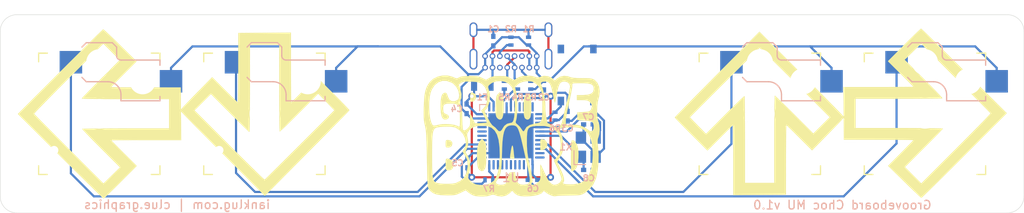
<source format=kicad_pcb>
(kicad_pcb (version 20171130) (host pcbnew "(5.1.5)-3")

  (general
    (thickness 1.6)
    (drawings 13)
    (tracks 236)
    (zones 0)
    (modules 29)
    (nets 20)
  )

  (page A4)
  (layers
    (0 F.Cu signal)
    (31 B.Cu signal)
    (32 B.Adhes user)
    (33 F.Adhes user)
    (34 B.Paste user)
    (35 F.Paste user)
    (36 B.SilkS user)
    (37 F.SilkS user hide)
    (38 B.Mask user)
    (39 F.Mask user)
    (40 Dwgs.User user)
    (41 Cmts.User user)
    (42 Eco1.User user)
    (43 Eco2.User user)
    (44 Edge.Cuts user)
    (45 Margin user)
    (46 B.CrtYd user)
    (47 F.CrtYd user)
    (48 B.Fab user)
    (49 F.Fab user)
  )

  (setup
    (last_trace_width 0.25)
    (trace_clearance 0.2)
    (zone_clearance 0.508)
    (zone_45_only no)
    (trace_min 0.2)
    (via_size 0.8)
    (via_drill 0.4)
    (via_min_size 0.4)
    (via_min_drill 0.3)
    (uvia_size 0.3)
    (uvia_drill 0.1)
    (uvias_allowed no)
    (uvia_min_size 0.2)
    (uvia_min_drill 0.1)
    (edge_width 0.05)
    (segment_width 0.2)
    (pcb_text_width 0.3)
    (pcb_text_size 1.5 1.5)
    (mod_edge_width 0.12)
    (mod_text_size 1 1)
    (mod_text_width 0.15)
    (pad_size 1.524 1.524)
    (pad_drill 0.762)
    (pad_to_mask_clearance 0)
    (aux_axis_origin 0 0)
    (grid_origin 54.737 24.765)
    (visible_elements 7FFFFFFF)
    (pcbplotparams
      (layerselection 0x010fc_ffffffff)
      (usegerberextensions true)
      (usegerberattributes false)
      (usegerberadvancedattributes false)
      (creategerberjobfile false)
      (excludeedgelayer true)
      (linewidth 0.100000)
      (plotframeref false)
      (viasonmask false)
      (mode 1)
      (useauxorigin false)
      (hpglpennumber 1)
      (hpglpenspeed 20)
      (hpglpendiameter 15.000000)
      (psnegative false)
      (psa4output false)
      (plotreference true)
      (plotvalue false)
      (plotinvisibletext false)
      (padsonsilk false)
      (subtractmaskfromsilk true)
      (outputformat 1)
      (mirror false)
      (drillshape 0)
      (scaleselection 1)
      (outputdirectory ""))
  )

  (net 0 "")
  (net 1 "Net-(C1-Pad1)")
  (net 2 GND)
  (net 3 VCC)
  (net 4 "Net-(C7-Pad2)")
  (net 5 "Net-(F1-Pad2)")
  (net 6 "Net-(J1-PadA5)")
  (net 7 "Net-(J1-PadA6)")
  (net 8 "Net-(J1-PadA7)")
  (net 9 "Net-(J1-PadB5)")
  (net 10 RST)
  (net 11 MX1)
  (net 12 MX2)
  (net 13 MX3)
  (net 14 MX4)
  (net 15 D-)
  (net 16 D+)
  (net 17 "Net-(R7-Pad2)")
  (net 18 "Net-(C2-Pad1)")
  (net 19 "Net-(C8-Pad2)")

  (net_class Default "This is the default net class."
    (clearance 0.2)
    (trace_width 0.25)
    (via_dia 0.8)
    (via_drill 0.4)
    (uvia_dia 0.3)
    (uvia_drill 0.1)
    (add_net D+)
    (add_net D-)
    (add_net GND)
    (add_net MX1)
    (add_net MX2)
    (add_net MX3)
    (add_net MX4)
    (add_net "Net-(C1-Pad1)")
    (add_net "Net-(C2-Pad1)")
    (add_net "Net-(C7-Pad2)")
    (add_net "Net-(C8-Pad2)")
    (add_net "Net-(F1-Pad2)")
    (add_net "Net-(J1-PadA5)")
    (add_net "Net-(J1-PadA6)")
    (add_net "Net-(J1-PadA7)")
    (add_net "Net-(J1-PadB5)")
    (add_net "Net-(R7-Pad2)")
    (add_net RST)
    (add_net VCC)
  )

  (module keyswitches:Kailh_socket_PG1350 (layer F.Cu) (tedit 5DD50E5C) (tstamp 60933CF1)
    (at 146.315 34.29 180)
    (descr "Kailh \"Choc\" PG1350 keyswitch socket mount")
    (tags kailh,choc)
    (path /60A19665)
    (attr smd)
    (fp_text reference MX4 (at -5 -2) (layer B.SilkS) hide
      (effects (font (size 1 1) (thickness 0.15)) (justify mirror))
    )
    (fp_text value MX-NoLED (at 0 8.255) (layer F.Fab)
      (effects (font (size 1 1) (thickness 0.15)))
    )
    (fp_line (start 4.5 7.25) (end 2 7.25) (layer B.Fab) (width 0.12))
    (fp_line (start 4.5 4.75) (end 4.5 7.25) (layer B.Fab) (width 0.12))
    (fp_line (start 2 4.75) (end 4.5 4.75) (layer B.Fab) (width 0.12))
    (fp_line (start -9.5 2.5) (end -7 2.5) (layer B.Fab) (width 0.12))
    (fp_line (start -9.5 5) (end -9.5 2.5) (layer B.Fab) (width 0.12))
    (fp_line (start -7 5) (end -9.5 5) (layer B.Fab) (width 0.12))
    (fp_line (start -7 1.5) (end -7 6.2) (layer B.Fab) (width 0.12))
    (fp_line (start 2 4.25) (end 2 7.7) (layer B.Fab) (width 0.12))
    (fp_line (start -2.5 2.2) (end -2.5 1.5) (layer B.Fab) (width 0.15))
    (fp_line (start -2.5 1.5) (end -7 1.5) (layer B.Fab) (width 0.15))
    (fp_arc (start -1 2.2) (end -2.5 2.2) (angle -90) (layer B.Fab) (width 0.15))
    (fp_line (start -1.5 8.2) (end -2 7.7) (layer B.Fab) (width 0.15))
    (fp_line (start -2 6.7) (end -2 7.7) (layer B.Fab) (width 0.15))
    (fp_line (start -7 6.2) (end -2.5 6.2) (layer B.Fab) (width 0.15))
    (fp_line (start 2 4.2) (end 1.5 3.7) (layer B.Fab) (width 0.15))
    (fp_line (start 1.5 3.7) (end -1 3.7) (layer B.Fab) (width 0.15))
    (fp_line (start 2 7.7) (end 1.5 8.2) (layer B.Fab) (width 0.15))
    (fp_line (start 1.5 8.2) (end -1.5 8.2) (layer B.Fab) (width 0.15))
    (fp_arc (start -2.5 6.7) (end -2 6.7) (angle -90) (layer B.Fab) (width 0.15))
    (fp_text user %R (at -3 5) (layer B.Fab)
      (effects (font (size 1 1) (thickness 0.15)) (justify mirror))
    )
    (fp_text user %V (at -1 9) (layer B.Fab)
      (effects (font (size 1 1) (thickness 0.15)) (justify mirror))
    )
    (fp_line (start 7 -7) (end 6 -7) (layer F.SilkS) (width 0.15))
    (fp_line (start -7 1.5) (end -7 2) (layer B.SilkS) (width 0.15))
    (fp_line (start -2.5 1.5) (end -7 1.5) (layer B.SilkS) (width 0.15))
    (fp_line (start -2.5 2.2) (end -2.5 1.5) (layer B.SilkS) (width 0.15))
    (fp_arc (start -2.5 6.7) (end -2 6.7) (angle -90) (layer B.SilkS) (width 0.15))
    (fp_line (start 1.5 8.2) (end -1.5 8.2) (layer B.SilkS) (width 0.15))
    (fp_line (start 2 7.7) (end 1.5 8.2) (layer B.SilkS) (width 0.15))
    (fp_line (start 2 4.2) (end 1.5 3.7) (layer B.SilkS) (width 0.15))
    (fp_line (start -7 6.2) (end -2.5 6.2) (layer B.SilkS) (width 0.15))
    (fp_line (start -2 6.7) (end -2 7.7) (layer B.SilkS) (width 0.15))
    (fp_line (start -1.5 8.2) (end -2 7.7) (layer B.SilkS) (width 0.15))
    (fp_arc (start -1 2.2) (end -2.5 2.2) (angle -90) (layer B.SilkS) (width 0.15))
    (fp_line (start 1.5 3.7) (end -1 3.7) (layer B.SilkS) (width 0.15))
    (fp_line (start -7 5.6) (end -7 6.2) (layer B.SilkS) (width 0.15))
    (fp_line (start -7.5 7.5) (end -7.5 -7.5) (layer F.Fab) (width 0.15))
    (fp_line (start 7.5 7.5) (end -7.5 7.5) (layer F.Fab) (width 0.15))
    (fp_line (start 7.5 -7.5) (end 7.5 7.5) (layer F.Fab) (width 0.15))
    (fp_line (start -7.5 -7.5) (end 7.5 -7.5) (layer F.Fab) (width 0.15))
    (fp_line (start -6.9 6.9) (end -6.9 -6.9) (layer Eco2.User) (width 0.15))
    (fp_line (start 6.9 -6.9) (end 6.9 6.9) (layer Eco2.User) (width 0.15))
    (fp_line (start 6.9 -6.9) (end -6.9 -6.9) (layer Eco2.User) (width 0.15))
    (fp_line (start -6.9 6.9) (end 6.9 6.9) (layer Eco2.User) (width 0.15))
    (fp_line (start 7 -7) (end 7 -6) (layer F.SilkS) (width 0.15))
    (fp_line (start 6 7) (end 7 7) (layer F.SilkS) (width 0.15))
    (fp_line (start 7 7) (end 6 7) (layer F.SilkS) (width 0.15))
    (fp_line (start 7 6) (end 7 7) (layer F.SilkS) (width 0.15))
    (fp_line (start -7 7) (end -7 6) (layer F.SilkS) (width 0.15))
    (fp_line (start -6 -7) (end -7 -7) (layer F.SilkS) (width 0.15))
    (fp_line (start -7 7) (end -6 7) (layer F.SilkS) (width 0.15))
    (fp_line (start -7 -6) (end -7 -7) (layer F.SilkS) (width 0.15))
    (fp_line (start -2.6 -3.1) (end -2.6 -6.3) (layer Eco2.User) (width 0.15))
    (fp_line (start 2.6 -6.3) (end -2.6 -6.3) (layer Eco2.User) (width 0.15))
    (fp_line (start 2.6 -3.1) (end 2.6 -6.3) (layer Eco2.User) (width 0.15))
    (fp_line (start -2.6 -3.1) (end 2.6 -3.1) (layer Eco2.User) (width 0.15))
    (pad "" np_thru_hole circle (at -5.5 0 180) (size 1.7018 1.7018) (drill 1.7018) (layers *.Cu *.Mask))
    (pad "" np_thru_hole circle (at 5.5 0 180) (size 1.7018 1.7018) (drill 1.7018) (layers *.Cu *.Mask))
    (pad 1 smd rect (at 3.275 5.95 180) (size 2.6 2.6) (layers B.Cu B.Paste B.Mask)
      (net 14 MX4))
    (pad "" np_thru_hole circle (at -5 3.75 180) (size 3 3) (drill 3) (layers *.Cu *.Mask))
    (pad "" np_thru_hole circle (at 0 0 180) (size 3.429 3.429) (drill 3.429) (layers *.Cu *.Mask))
    (pad "" np_thru_hole circle (at 0 5.95 180) (size 3 3) (drill 3) (layers *.Cu *.Mask))
    (pad 2 smd rect (at -8.275 3.75 180) (size 2.6 2.6) (layers B.Cu B.Paste B.Mask)
      (net 2 GND))
    (pad "" np_thru_hole circle (at 5.22 -4.2 180) (size 0.9906 0.9906) (drill 0.9906) (layers *.Cu *.Mask))
  )

  (module keyswitches:Kailh_socket_PG1350 (layer F.Cu) (tedit 5DD50E5C) (tstamp 60933CB9)
    (at 70.112 34.29 180)
    (descr "Kailh \"Choc\" PG1350 keyswitch socket mount")
    (tags kailh,choc)
    (path /60A17670)
    (attr smd)
    (fp_text reference MX2 (at -5 -2) (layer B.SilkS) hide
      (effects (font (size 1 1) (thickness 0.15)) (justify mirror))
    )
    (fp_text value MX-NoLED (at 0 8.255) (layer F.Fab)
      (effects (font (size 1 1) (thickness 0.15)))
    )
    (fp_line (start 4.5 7.25) (end 2 7.25) (layer B.Fab) (width 0.12))
    (fp_line (start 4.5 4.75) (end 4.5 7.25) (layer B.Fab) (width 0.12))
    (fp_line (start 2 4.75) (end 4.5 4.75) (layer B.Fab) (width 0.12))
    (fp_line (start -9.5 2.5) (end -7 2.5) (layer B.Fab) (width 0.12))
    (fp_line (start -9.5 5) (end -9.5 2.5) (layer B.Fab) (width 0.12))
    (fp_line (start -7 5) (end -9.5 5) (layer B.Fab) (width 0.12))
    (fp_line (start -7 1.5) (end -7 6.2) (layer B.Fab) (width 0.12))
    (fp_line (start 2 4.25) (end 2 7.7) (layer B.Fab) (width 0.12))
    (fp_line (start -2.5 2.2) (end -2.5 1.5) (layer B.Fab) (width 0.15))
    (fp_line (start -2.5 1.5) (end -7 1.5) (layer B.Fab) (width 0.15))
    (fp_arc (start -1 2.2) (end -2.5 2.2) (angle -90) (layer B.Fab) (width 0.15))
    (fp_line (start -1.5 8.2) (end -2 7.7) (layer B.Fab) (width 0.15))
    (fp_line (start -2 6.7) (end -2 7.7) (layer B.Fab) (width 0.15))
    (fp_line (start -7 6.2) (end -2.5 6.2) (layer B.Fab) (width 0.15))
    (fp_line (start 2 4.2) (end 1.5 3.7) (layer B.Fab) (width 0.15))
    (fp_line (start 1.5 3.7) (end -1 3.7) (layer B.Fab) (width 0.15))
    (fp_line (start 2 7.7) (end 1.5 8.2) (layer B.Fab) (width 0.15))
    (fp_line (start 1.5 8.2) (end -1.5 8.2) (layer B.Fab) (width 0.15))
    (fp_arc (start -2.5 6.7) (end -2 6.7) (angle -90) (layer B.Fab) (width 0.15))
    (fp_text user %R (at -3 5) (layer B.Fab)
      (effects (font (size 1 1) (thickness 0.15)) (justify mirror))
    )
    (fp_text user %V (at -1 9) (layer B.Fab)
      (effects (font (size 1 1) (thickness 0.15)) (justify mirror))
    )
    (fp_line (start 7 -7) (end 6 -7) (layer F.SilkS) (width 0.15))
    (fp_line (start -7 1.5) (end -7 2) (layer B.SilkS) (width 0.15))
    (fp_line (start -2.5 1.5) (end -7 1.5) (layer B.SilkS) (width 0.15))
    (fp_line (start -2.5 2.2) (end -2.5 1.5) (layer B.SilkS) (width 0.15))
    (fp_arc (start -2.5 6.7) (end -2 6.7) (angle -90) (layer B.SilkS) (width 0.15))
    (fp_line (start 1.5 8.2) (end -1.5 8.2) (layer B.SilkS) (width 0.15))
    (fp_line (start 2 7.7) (end 1.5 8.2) (layer B.SilkS) (width 0.15))
    (fp_line (start 2 4.2) (end 1.5 3.7) (layer B.SilkS) (width 0.15))
    (fp_line (start -7 6.2) (end -2.5 6.2) (layer B.SilkS) (width 0.15))
    (fp_line (start -2 6.7) (end -2 7.7) (layer B.SilkS) (width 0.15))
    (fp_line (start -1.5 8.2) (end -2 7.7) (layer B.SilkS) (width 0.15))
    (fp_arc (start -1 2.2) (end -2.5 2.2) (angle -90) (layer B.SilkS) (width 0.15))
    (fp_line (start 1.5 3.7) (end -1 3.7) (layer B.SilkS) (width 0.15))
    (fp_line (start -7 5.6) (end -7 6.2) (layer B.SilkS) (width 0.15))
    (fp_line (start -7.5 7.5) (end -7.5 -7.5) (layer F.Fab) (width 0.15))
    (fp_line (start 7.5 7.5) (end -7.5 7.5) (layer F.Fab) (width 0.15))
    (fp_line (start 7.5 -7.5) (end 7.5 7.5) (layer F.Fab) (width 0.15))
    (fp_line (start -7.5 -7.5) (end 7.5 -7.5) (layer F.Fab) (width 0.15))
    (fp_line (start -6.9 6.9) (end -6.9 -6.9) (layer Eco2.User) (width 0.15))
    (fp_line (start 6.9 -6.9) (end 6.9 6.9) (layer Eco2.User) (width 0.15))
    (fp_line (start 6.9 -6.9) (end -6.9 -6.9) (layer Eco2.User) (width 0.15))
    (fp_line (start -6.9 6.9) (end 6.9 6.9) (layer Eco2.User) (width 0.15))
    (fp_line (start 7 -7) (end 7 -6) (layer F.SilkS) (width 0.15))
    (fp_line (start 6 7) (end 7 7) (layer F.SilkS) (width 0.15))
    (fp_line (start 7 7) (end 6 7) (layer F.SilkS) (width 0.15))
    (fp_line (start 7 6) (end 7 7) (layer F.SilkS) (width 0.15))
    (fp_line (start -7 7) (end -7 6) (layer F.SilkS) (width 0.15))
    (fp_line (start -6 -7) (end -7 -7) (layer F.SilkS) (width 0.15))
    (fp_line (start -7 7) (end -6 7) (layer F.SilkS) (width 0.15))
    (fp_line (start -7 -6) (end -7 -7) (layer F.SilkS) (width 0.15))
    (fp_line (start -2.6 -3.1) (end -2.6 -6.3) (layer Eco2.User) (width 0.15))
    (fp_line (start 2.6 -6.3) (end -2.6 -6.3) (layer Eco2.User) (width 0.15))
    (fp_line (start 2.6 -3.1) (end 2.6 -6.3) (layer Eco2.User) (width 0.15))
    (fp_line (start -2.6 -3.1) (end 2.6 -3.1) (layer Eco2.User) (width 0.15))
    (pad "" np_thru_hole circle (at -5.5 0 180) (size 1.7018 1.7018) (drill 1.7018) (layers *.Cu *.Mask))
    (pad "" np_thru_hole circle (at 5.5 0 180) (size 1.7018 1.7018) (drill 1.7018) (layers *.Cu *.Mask))
    (pad 1 smd rect (at 3.275 5.95 180) (size 2.6 2.6) (layers B.Cu B.Paste B.Mask)
      (net 12 MX2))
    (pad "" np_thru_hole circle (at -5 3.75 180) (size 3 3) (drill 3) (layers *.Cu *.Mask))
    (pad "" np_thru_hole circle (at 0 0 180) (size 3.429 3.429) (drill 3.429) (layers *.Cu *.Mask))
    (pad "" np_thru_hole circle (at 0 5.95 180) (size 3 3) (drill 3) (layers *.Cu *.Mask))
    (pad 2 smd rect (at -8.275 3.75 180) (size 2.6 2.6) (layers B.Cu B.Paste B.Mask)
      (net 2 GND))
    (pad "" np_thru_hole circle (at 5.22 -4.2 180) (size 0.9906 0.9906) (drill 0.9906) (layers *.Cu *.Mask))
  )

  (module keyswitches:Kailh_socket_PG1350 (layer F.Cu) (tedit 5DD50E5C) (tstamp 60933CD5)
    (at 127.265 34.29 180)
    (descr "Kailh \"Choc\" PG1350 keyswitch socket mount")
    (tags kailh,choc)
    (path /60A187FF)
    (attr smd)
    (fp_text reference MX3 (at -5 -2) (layer B.SilkS) hide
      (effects (font (size 1 1) (thickness 0.15)) (justify mirror))
    )
    (fp_text value MX-NoLED (at 0 8.255) (layer F.Fab)
      (effects (font (size 1 1) (thickness 0.15)))
    )
    (fp_line (start 4.5 7.25) (end 2 7.25) (layer B.Fab) (width 0.12))
    (fp_line (start 4.5 4.75) (end 4.5 7.25) (layer B.Fab) (width 0.12))
    (fp_line (start 2 4.75) (end 4.5 4.75) (layer B.Fab) (width 0.12))
    (fp_line (start -9.5 2.5) (end -7 2.5) (layer B.Fab) (width 0.12))
    (fp_line (start -9.5 5) (end -9.5 2.5) (layer B.Fab) (width 0.12))
    (fp_line (start -7 5) (end -9.5 5) (layer B.Fab) (width 0.12))
    (fp_line (start -7 1.5) (end -7 6.2) (layer B.Fab) (width 0.12))
    (fp_line (start 2 4.25) (end 2 7.7) (layer B.Fab) (width 0.12))
    (fp_line (start -2.5 2.2) (end -2.5 1.5) (layer B.Fab) (width 0.15))
    (fp_line (start -2.5 1.5) (end -7 1.5) (layer B.Fab) (width 0.15))
    (fp_arc (start -1 2.2) (end -2.5 2.2) (angle -90) (layer B.Fab) (width 0.15))
    (fp_line (start -1.5 8.2) (end -2 7.7) (layer B.Fab) (width 0.15))
    (fp_line (start -2 6.7) (end -2 7.7) (layer B.Fab) (width 0.15))
    (fp_line (start -7 6.2) (end -2.5 6.2) (layer B.Fab) (width 0.15))
    (fp_line (start 2 4.2) (end 1.5 3.7) (layer B.Fab) (width 0.15))
    (fp_line (start 1.5 3.7) (end -1 3.7) (layer B.Fab) (width 0.15))
    (fp_line (start 2 7.7) (end 1.5 8.2) (layer B.Fab) (width 0.15))
    (fp_line (start 1.5 8.2) (end -1.5 8.2) (layer B.Fab) (width 0.15))
    (fp_arc (start -2.5 6.7) (end -2 6.7) (angle -90) (layer B.Fab) (width 0.15))
    (fp_text user %R (at -3 5) (layer B.Fab)
      (effects (font (size 1 1) (thickness 0.15)) (justify mirror))
    )
    (fp_text user %V (at -1 9) (layer B.Fab)
      (effects (font (size 1 1) (thickness 0.15)) (justify mirror))
    )
    (fp_line (start 7 -7) (end 6 -7) (layer F.SilkS) (width 0.15))
    (fp_line (start -7 1.5) (end -7 2) (layer B.SilkS) (width 0.15))
    (fp_line (start -2.5 1.5) (end -7 1.5) (layer B.SilkS) (width 0.15))
    (fp_line (start -2.5 2.2) (end -2.5 1.5) (layer B.SilkS) (width 0.15))
    (fp_arc (start -2.5 6.7) (end -2 6.7) (angle -90) (layer B.SilkS) (width 0.15))
    (fp_line (start 1.5 8.2) (end -1.5 8.2) (layer B.SilkS) (width 0.15))
    (fp_line (start 2 7.7) (end 1.5 8.2) (layer B.SilkS) (width 0.15))
    (fp_line (start 2 4.2) (end 1.5 3.7) (layer B.SilkS) (width 0.15))
    (fp_line (start -7 6.2) (end -2.5 6.2) (layer B.SilkS) (width 0.15))
    (fp_line (start -2 6.7) (end -2 7.7) (layer B.SilkS) (width 0.15))
    (fp_line (start -1.5 8.2) (end -2 7.7) (layer B.SilkS) (width 0.15))
    (fp_arc (start -1 2.2) (end -2.5 2.2) (angle -90) (layer B.SilkS) (width 0.15))
    (fp_line (start 1.5 3.7) (end -1 3.7) (layer B.SilkS) (width 0.15))
    (fp_line (start -7 5.6) (end -7 6.2) (layer B.SilkS) (width 0.15))
    (fp_line (start -7.5 7.5) (end -7.5 -7.5) (layer F.Fab) (width 0.15))
    (fp_line (start 7.5 7.5) (end -7.5 7.5) (layer F.Fab) (width 0.15))
    (fp_line (start 7.5 -7.5) (end 7.5 7.5) (layer F.Fab) (width 0.15))
    (fp_line (start -7.5 -7.5) (end 7.5 -7.5) (layer F.Fab) (width 0.15))
    (fp_line (start -6.9 6.9) (end -6.9 -6.9) (layer Eco2.User) (width 0.15))
    (fp_line (start 6.9 -6.9) (end 6.9 6.9) (layer Eco2.User) (width 0.15))
    (fp_line (start 6.9 -6.9) (end -6.9 -6.9) (layer Eco2.User) (width 0.15))
    (fp_line (start -6.9 6.9) (end 6.9 6.9) (layer Eco2.User) (width 0.15))
    (fp_line (start 7 -7) (end 7 -6) (layer F.SilkS) (width 0.15))
    (fp_line (start 6 7) (end 7 7) (layer F.SilkS) (width 0.15))
    (fp_line (start 7 7) (end 6 7) (layer F.SilkS) (width 0.15))
    (fp_line (start 7 6) (end 7 7) (layer F.SilkS) (width 0.15))
    (fp_line (start -7 7) (end -7 6) (layer F.SilkS) (width 0.15))
    (fp_line (start -6 -7) (end -7 -7) (layer F.SilkS) (width 0.15))
    (fp_line (start -7 7) (end -6 7) (layer F.SilkS) (width 0.15))
    (fp_line (start -7 -6) (end -7 -7) (layer F.SilkS) (width 0.15))
    (fp_line (start -2.6 -3.1) (end -2.6 -6.3) (layer Eco2.User) (width 0.15))
    (fp_line (start 2.6 -6.3) (end -2.6 -6.3) (layer Eco2.User) (width 0.15))
    (fp_line (start 2.6 -3.1) (end 2.6 -6.3) (layer Eco2.User) (width 0.15))
    (fp_line (start -2.6 -3.1) (end 2.6 -3.1) (layer Eco2.User) (width 0.15))
    (pad "" np_thru_hole circle (at -5.5 0 180) (size 1.7018 1.7018) (drill 1.7018) (layers *.Cu *.Mask))
    (pad "" np_thru_hole circle (at 5.5 0 180) (size 1.7018 1.7018) (drill 1.7018) (layers *.Cu *.Mask))
    (pad 1 smd rect (at 3.275 5.95 180) (size 2.6 2.6) (layers B.Cu B.Paste B.Mask)
      (net 13 MX3))
    (pad "" np_thru_hole circle (at -5 3.75 180) (size 3 3) (drill 3) (layers *.Cu *.Mask))
    (pad "" np_thru_hole circle (at 0 0 180) (size 3.429 3.429) (drill 3.429) (layers *.Cu *.Mask))
    (pad "" np_thru_hole circle (at 0 5.95 180) (size 3 3) (drill 3) (layers *.Cu *.Mask))
    (pad 2 smd rect (at -8.275 3.75 180) (size 2.6 2.6) (layers B.Cu B.Paste B.Mask)
      (net 2 GND))
    (pad "" np_thru_hole circle (at 5.22 -4.2 180) (size 0.9906 0.9906) (drill 0.9906) (layers *.Cu *.Mask))
  )

  (module keyswitches:Kailh_socket_PG1350 (layer F.Cu) (tedit 5DD50E5C) (tstamp 60933C9D)
    (at 51.062 34.29 180)
    (descr "Kailh \"Choc\" PG1350 keyswitch socket mount")
    (tags kailh,choc)
    (path /60A03FDE)
    (attr smd)
    (fp_text reference MX1 (at -5 -2) (layer B.SilkS) hide
      (effects (font (size 1 1) (thickness 0.15)) (justify mirror))
    )
    (fp_text value MX-NoLED (at 0 8.255) (layer F.Fab)
      (effects (font (size 1 1) (thickness 0.15)))
    )
    (fp_line (start 4.5 7.25) (end 2 7.25) (layer B.Fab) (width 0.12))
    (fp_line (start 4.5 4.75) (end 4.5 7.25) (layer B.Fab) (width 0.12))
    (fp_line (start 2 4.75) (end 4.5 4.75) (layer B.Fab) (width 0.12))
    (fp_line (start -9.5 2.5) (end -7 2.5) (layer B.Fab) (width 0.12))
    (fp_line (start -9.5 5) (end -9.5 2.5) (layer B.Fab) (width 0.12))
    (fp_line (start -7 5) (end -9.5 5) (layer B.Fab) (width 0.12))
    (fp_line (start -7 1.5) (end -7 6.2) (layer B.Fab) (width 0.12))
    (fp_line (start 2 4.25) (end 2 7.7) (layer B.Fab) (width 0.12))
    (fp_line (start -2.5 2.2) (end -2.5 1.5) (layer B.Fab) (width 0.15))
    (fp_line (start -2.5 1.5) (end -7 1.5) (layer B.Fab) (width 0.15))
    (fp_arc (start -1 2.2) (end -2.5 2.2) (angle -90) (layer B.Fab) (width 0.15))
    (fp_line (start -1.5 8.2) (end -2 7.7) (layer B.Fab) (width 0.15))
    (fp_line (start -2 6.7) (end -2 7.7) (layer B.Fab) (width 0.15))
    (fp_line (start -7 6.2) (end -2.5 6.2) (layer B.Fab) (width 0.15))
    (fp_line (start 2 4.2) (end 1.5 3.7) (layer B.Fab) (width 0.15))
    (fp_line (start 1.5 3.7) (end -1 3.7) (layer B.Fab) (width 0.15))
    (fp_line (start 2 7.7) (end 1.5 8.2) (layer B.Fab) (width 0.15))
    (fp_line (start 1.5 8.2) (end -1.5 8.2) (layer B.Fab) (width 0.15))
    (fp_arc (start -2.5 6.7) (end -2 6.7) (angle -90) (layer B.Fab) (width 0.15))
    (fp_text user %R (at -3 5) (layer B.Fab)
      (effects (font (size 1 1) (thickness 0.15)) (justify mirror))
    )
    (fp_text user %V (at -1 9) (layer B.Fab)
      (effects (font (size 1 1) (thickness 0.15)) (justify mirror))
    )
    (fp_line (start 7 -7) (end 6 -7) (layer F.SilkS) (width 0.15))
    (fp_line (start -7 1.5) (end -7 2) (layer B.SilkS) (width 0.15))
    (fp_line (start -2.5 1.5) (end -7 1.5) (layer B.SilkS) (width 0.15))
    (fp_line (start -2.5 2.2) (end -2.5 1.5) (layer B.SilkS) (width 0.15))
    (fp_arc (start -2.5 6.7) (end -2 6.7) (angle -90) (layer B.SilkS) (width 0.15))
    (fp_line (start 1.5 8.2) (end -1.5 8.2) (layer B.SilkS) (width 0.15))
    (fp_line (start 2 7.7) (end 1.5 8.2) (layer B.SilkS) (width 0.15))
    (fp_line (start 2 4.2) (end 1.5 3.7) (layer B.SilkS) (width 0.15))
    (fp_line (start -7 6.2) (end -2.5 6.2) (layer B.SilkS) (width 0.15))
    (fp_line (start -2 6.7) (end -2 7.7) (layer B.SilkS) (width 0.15))
    (fp_line (start -1.5 8.2) (end -2 7.7) (layer B.SilkS) (width 0.15))
    (fp_arc (start -1 2.2) (end -2.5 2.2) (angle -90) (layer B.SilkS) (width 0.15))
    (fp_line (start 1.5 3.7) (end -1 3.7) (layer B.SilkS) (width 0.15))
    (fp_line (start -7 5.6) (end -7 6.2) (layer B.SilkS) (width 0.15))
    (fp_line (start -7.5 7.5) (end -7.5 -7.5) (layer F.Fab) (width 0.15))
    (fp_line (start 7.5 7.5) (end -7.5 7.5) (layer F.Fab) (width 0.15))
    (fp_line (start 7.5 -7.5) (end 7.5 7.5) (layer F.Fab) (width 0.15))
    (fp_line (start -7.5 -7.5) (end 7.5 -7.5) (layer F.Fab) (width 0.15))
    (fp_line (start -6.9 6.9) (end -6.9 -6.9) (layer Eco2.User) (width 0.15))
    (fp_line (start 6.9 -6.9) (end 6.9 6.9) (layer Eco2.User) (width 0.15))
    (fp_line (start 6.9 -6.9) (end -6.9 -6.9) (layer Eco2.User) (width 0.15))
    (fp_line (start -6.9 6.9) (end 6.9 6.9) (layer Eco2.User) (width 0.15))
    (fp_line (start 7 -7) (end 7 -6) (layer F.SilkS) (width 0.15))
    (fp_line (start 6 7) (end 7 7) (layer F.SilkS) (width 0.15))
    (fp_line (start 7 7) (end 6 7) (layer F.SilkS) (width 0.15))
    (fp_line (start 7 6) (end 7 7) (layer F.SilkS) (width 0.15))
    (fp_line (start -7 7) (end -7 6) (layer F.SilkS) (width 0.15))
    (fp_line (start -6 -7) (end -7 -7) (layer F.SilkS) (width 0.15))
    (fp_line (start -7 7) (end -6 7) (layer F.SilkS) (width 0.15))
    (fp_line (start -7 -6) (end -7 -7) (layer F.SilkS) (width 0.15))
    (fp_line (start -2.6 -3.1) (end -2.6 -6.3) (layer Eco2.User) (width 0.15))
    (fp_line (start 2.6 -6.3) (end -2.6 -6.3) (layer Eco2.User) (width 0.15))
    (fp_line (start 2.6 -3.1) (end 2.6 -6.3) (layer Eco2.User) (width 0.15))
    (fp_line (start -2.6 -3.1) (end 2.6 -3.1) (layer Eco2.User) (width 0.15))
    (pad "" np_thru_hole circle (at -5.5 0 180) (size 1.7018 1.7018) (drill 1.7018) (layers *.Cu *.Mask))
    (pad "" np_thru_hole circle (at 5.5 0 180) (size 1.7018 1.7018) (drill 1.7018) (layers *.Cu *.Mask))
    (pad 1 smd rect (at 3.275 5.95 180) (size 2.6 2.6) (layers B.Cu B.Paste B.Mask)
      (net 11 MX1))
    (pad "" np_thru_hole circle (at -5 3.75 180) (size 3 3) (drill 3) (layers *.Cu *.Mask))
    (pad "" np_thru_hole circle (at 0 0 180) (size 3.429 3.429) (drill 3.429) (layers *.Cu *.Mask))
    (pad "" np_thru_hole circle (at 0 5.95 180) (size 3 3) (drill 3) (layers *.Cu *.Mask))
    (pad 2 smd rect (at -8.275 3.75 180) (size 2.6 2.6) (layers B.Cu B.Paste B.Mask)
      (net 2 GND))
    (pad "" np_thru_hole circle (at 5.22 -4.2 180) (size 0.9906 0.9906) (drill 0.9906) (layers *.Cu *.Mask))
  )

  (module Type-C:USB_C_GCT_USB4085 (layer F.Cu) (tedit 60957D1C) (tstamp 6095D76F)
    (at 98.552 22.86 180)
    (path /60958AC4)
    (fp_text reference J1 (at 0 1.85 180) (layer F.SilkS) hide
      (effects (font (size 1 1) (thickness 0.15)))
    )
    (fp_text value USB_C_Receptacle_USB2.0 (at 0 0.85 180) (layer F.Fab)
      (effects (font (size 1 1) (thickness 0.15)))
    )
    (pad S1 thru_hole oval (at 4.325 -1.74 180) (size 0.9 1.7) (drill oval 0.6 1.4) (layers *.Cu *.Mask)
      (net 1 "Net-(C1-Pad1)"))
    (pad S1 thru_hole oval (at -4.325 -1.74 180) (size 0.9 1.7) (drill oval 0.6 1.4) (layers *.Cu *.Mask)
      (net 1 "Net-(C1-Pad1)"))
    (pad S1 thru_hole oval (at 4.325 -5.12 180) (size 0.9 2.4) (drill oval 0.6 2.1) (layers *.Cu *.Mask)
      (net 1 "Net-(C1-Pad1)"))
    (pad S1 thru_hole oval (at -4.325 -5.12 180) (size 0.9 2.4) (drill oval 0.6 2.1) (layers *.Cu *.Mask)
      (net 1 "Net-(C1-Pad1)"))
    (pad B1 thru_hole circle (at 2.98 -4.775 180) (size 0.65 0.65) (drill 0.4) (layers *.Cu *.Mask)
      (net 2 GND))
    (pad B4 thru_hole circle (at 2.13 -4.775 180) (size 0.65 0.65) (drill 0.4) (layers *.Cu *.Mask)
      (net 5 "Net-(F1-Pad2)"))
    (pad B5 thru_hole circle (at 1.28 -4.775 180) (size 0.65 0.65) (drill 0.4) (layers *.Cu *.Mask)
      (net 9 "Net-(J1-PadB5)"))
    (pad B6 thru_hole circle (at 0.43 -4.775 180) (size 0.65 0.65) (drill 0.4) (layers *.Cu *.Mask)
      (net 7 "Net-(J1-PadA6)"))
    (pad B7 thru_hole circle (at -0.42 -4.775 180) (size 0.65 0.65) (drill 0.4) (layers *.Cu *.Mask)
      (net 8 "Net-(J1-PadA7)"))
    (pad B8 thru_hole circle (at -1.27 -4.775 180) (size 0.65 0.65) (drill 0.4) (layers *.Cu *.Mask))
    (pad B9 thru_hole circle (at -2.12 -4.775 180) (size 0.65 0.65) (drill 0.4) (layers *.Cu *.Mask)
      (net 5 "Net-(F1-Pad2)"))
    (pad B12 thru_hole circle (at -2.975 -4.775 180) (size 0.65 0.65) (drill 0.4) (layers *.Cu *.Mask)
      (net 2 GND))
    (pad A12 thru_hole circle (at 2.975 -6.1 180) (size 0.65 0.65) (drill 0.4) (layers *.Cu *.Mask)
      (net 2 GND))
    (pad A9 thru_hole circle (at 2.125 -6.1 180) (size 0.65 0.65) (drill 0.4) (layers *.Cu *.Mask)
      (net 5 "Net-(F1-Pad2)"))
    (pad A8 thru_hole circle (at 1.275 -6.1 180) (size 0.65 0.65) (drill 0.4) (layers *.Cu *.Mask))
    (pad A7 thru_hole circle (at 0.425 -6.1 180) (size 0.65 0.65) (drill 0.4) (layers *.Cu *.Mask)
      (net 8 "Net-(J1-PadA7)"))
    (pad A6 thru_hole circle (at -0.425 -6.1 180) (size 0.65 0.65) (drill 0.4) (layers *.Cu *.Mask)
      (net 7 "Net-(J1-PadA6)"))
    (pad A4 thru_hole circle (at -2.125 -6.1 180) (size 0.65 0.65) (drill 0.4) (layers *.Cu *.Mask)
      (net 5 "Net-(F1-Pad2)"))
    (pad A1 thru_hole circle (at -2.975 -6.1 180) (size 0.65 0.65) (drill 0.4) (layers *.Cu *.Mask)
      (net 2 GND))
    (pad A5 thru_hole circle (at -1.275 -6.1 180) (size 0.65 0.65) (drill 0.4) (layers *.Cu *.Mask)
      (net 6 "Net-(J1-PadA5)"))
  )

  (module grooveboard:left-arrow (layer F.Cu) (tedit 0) (tstamp 609533BD)
    (at 146.287 34.265 180)
    (fp_text reference G*** (at 0 0) (layer F.SilkS) hide
      (effects (font (size 1.524 1.524) (thickness 0.3)))
    )
    (fp_text value LOGO (at 0.75 0) (layer F.SilkS) hide
      (effects (font (size 1.524 1.524) (thickness 0.3)))
    )
    (fp_poly (pts (xy 0.457711 -9.670313) (xy 0.644569 -9.505181) (xy 0.924014 -9.246605) (xy 1.280153 -8.909541)
      (xy 1.697092 -8.508941) (xy 2.158935 -8.059763) (xy 2.3407 -7.881612) (xy 4.229281 -6.026709)
      (xy 2.771537 -4.567071) (xy 2.360948 -4.154202) (xy 1.995125 -3.783001) (xy 1.691221 -3.47115)
      (xy 1.466395 -3.236335) (xy 1.337801 -3.09624) (xy 1.313921 -3.064579) (xy 1.398644 -3.055774)
      (xy 1.641202 -3.047486) (xy 2.024257 -3.03991) (xy 2.530473 -3.033239) (xy 3.142511 -3.027669)
      (xy 3.843034 -3.023394) (xy 4.614706 -3.02061) (xy 5.320989 -3.019556) (xy 9.327931 -3.017388)
      (xy 9.350962 0.024064) (xy 9.373994 3.065517) (xy 5.343893 3.065517) (xy 4.522529 3.06609)
      (xy 3.757379 3.067731) (xy 3.065729 3.070324) (xy 2.464867 3.073751) (xy 1.972079 3.077895)
      (xy 1.604652 3.08264) (xy 1.379873 3.087868) (xy 1.313793 3.092784) (xy 1.37314 3.159518)
      (xy 1.539748 3.332184) (xy 1.796469 3.593393) (xy 2.126154 3.925756) (xy 2.511654 4.311888)
      (xy 2.780862 4.58031) (xy 4.247931 6.040569) (xy 2.365591 7.925112) (xy 1.894247 8.39498)
      (xy 1.461918 8.822073) (xy 1.084232 9.19126) (xy 0.776813 9.487411) (xy 0.555288 9.695397)
      (xy 0.435283 9.800089) (xy 0.419282 9.809655) (xy 0.348601 9.749383) (xy 0.163333 9.574776)
      (xy -0.127026 9.295148) (xy -0.512982 8.919813) (xy -0.985038 8.458083) (xy -1.5337 7.919273)
      (xy -2.149472 7.312695) (xy -2.822859 6.647665) (xy -3.544365 5.933494) (xy -4.304496 5.179497)
      (xy -4.558977 4.926724) (xy -9.473265 0.043793) (xy -9.453301 0.023866) (xy -7.597447 0.023866)
      (xy -7.534785 0.09232) (xy -7.361069 0.27163) (xy -7.088892 0.549161) (xy -6.730846 0.912273)
      (xy -6.299524 1.348328) (xy -5.807518 1.844688) (xy -5.267421 2.388715) (xy -4.691826 2.967771)
      (xy -4.093325 3.569218) (xy -3.484512 4.180417) (xy -2.877978 4.78873) (xy -2.286316 5.381519)
      (xy -1.722119 5.946145) (xy -1.19798 6.469972) (xy -0.726491 6.94036) (xy -0.320245 7.344671)
      (xy 0.008166 7.670268) (xy 0.246148 7.904511) (xy 0.38111 8.034763) (xy 0.407492 8.057754)
      (xy 0.471193 7.999953) (xy 0.637931 7.840523) (xy 0.885803 7.600617) (xy 1.192907 7.301388)
      (xy 1.366489 7.13157) (xy 2.312131 6.20521) (xy 0.105599 4.007095) (xy -0.402388 3.498317)
      (xy -0.866345 3.028368) (xy -1.272663 2.611442) (xy -1.607728 2.261737) (xy -1.857928 1.993449)
      (xy -2.009651 1.820774) (xy -2.05046 1.758455) (xy -1.955988 1.749158) (xy -1.702098 1.740414)
      (xy -1.304542 1.732382) (xy -0.779075 1.72522) (xy -0.141449 1.719085) (xy 0.592581 1.714136)
      (xy 1.407262 1.710531) (xy 2.286842 1.708428) (xy 2.985134 1.707931) (xy 7.970255 1.707931)
      (xy 7.9703 0.021896) (xy 7.970345 -1.664138) (xy 2.934138 -1.664138) (xy 2.013018 -1.665258)
      (xy 1.146289 -1.668482) (xy 0.349414 -1.673606) (xy -0.362142 -1.680427) (xy -0.972915 -1.68874)
      (xy -1.467442 -1.698343) (xy -1.830259 -1.709031) (xy -2.045902 -1.720601) (xy -2.102069 -1.730485)
      (xy -2.042246 -1.805659) (xy -1.872125 -1.989802) (xy -1.605729 -2.268475) (xy -1.257082 -2.627239)
      (xy -0.840205 -3.051653) (xy -0.369123 -3.527278) (xy 0.0872 -3.984787) (xy 2.276469 -6.172742)
      (xy 0.395987 -8.059074) (xy -3.612096 -4.051701) (xy -4.304259 -3.358293) (xy -4.957887 -2.700834)
      (xy -5.56271 -2.089826) (xy -6.108459 -1.53577) (xy -6.584865 -1.049169) (xy -6.981659 -0.640524)
      (xy -7.288571 -0.320336) (xy -7.495332 -0.099109) (xy -7.591672 0.012658) (xy -7.597447 0.023866)
      (xy -9.453301 0.023866) (xy -4.583357 -4.836892) (xy -3.815221 -5.602798) (xy -3.082349 -6.332021)
      (xy -2.394252 -7.015191) (xy -1.760441 -7.642936) (xy -1.190427 -8.205884) (xy -0.693719 -8.694665)
      (xy -0.279828 -9.099907) (xy 0.041736 -9.412237) (xy 0.261461 -9.622286) (xy 0.369838 -9.720681)
      (xy 0.379336 -9.727046) (xy 0.457711 -9.670313)) (layer F.SilkS) (width 0.01))
  )

  (module grooveboard:left-arrow (layer F.Cu) (tedit 0) (tstamp 609533A8)
    (at 127.265 34.29 270)
    (fp_text reference G*** (at 0 0 90) (layer F.SilkS) hide
      (effects (font (size 1.524 1.524) (thickness 0.3)))
    )
    (fp_text value LOGO (at 0.75 0 90) (layer F.SilkS) hide
      (effects (font (size 1.524 1.524) (thickness 0.3)))
    )
    (fp_poly (pts (xy 0.457711 -9.670313) (xy 0.644569 -9.505181) (xy 0.924014 -9.246605) (xy 1.280153 -8.909541)
      (xy 1.697092 -8.508941) (xy 2.158935 -8.059763) (xy 2.3407 -7.881612) (xy 4.229281 -6.026709)
      (xy 2.771537 -4.567071) (xy 2.360948 -4.154202) (xy 1.995125 -3.783001) (xy 1.691221 -3.47115)
      (xy 1.466395 -3.236335) (xy 1.337801 -3.09624) (xy 1.313921 -3.064579) (xy 1.398644 -3.055774)
      (xy 1.641202 -3.047486) (xy 2.024257 -3.03991) (xy 2.530473 -3.033239) (xy 3.142511 -3.027669)
      (xy 3.843034 -3.023394) (xy 4.614706 -3.02061) (xy 5.320989 -3.019556) (xy 9.327931 -3.017388)
      (xy 9.350962 0.024064) (xy 9.373994 3.065517) (xy 5.343893 3.065517) (xy 4.522529 3.06609)
      (xy 3.757379 3.067731) (xy 3.065729 3.070324) (xy 2.464867 3.073751) (xy 1.972079 3.077895)
      (xy 1.604652 3.08264) (xy 1.379873 3.087868) (xy 1.313793 3.092784) (xy 1.37314 3.159518)
      (xy 1.539748 3.332184) (xy 1.796469 3.593393) (xy 2.126154 3.925756) (xy 2.511654 4.311888)
      (xy 2.780862 4.58031) (xy 4.247931 6.040569) (xy 2.365591 7.925112) (xy 1.894247 8.39498)
      (xy 1.461918 8.822073) (xy 1.084232 9.19126) (xy 0.776813 9.487411) (xy 0.555288 9.695397)
      (xy 0.435283 9.800089) (xy 0.419282 9.809655) (xy 0.348601 9.749383) (xy 0.163333 9.574776)
      (xy -0.127026 9.295148) (xy -0.512982 8.919813) (xy -0.985038 8.458083) (xy -1.5337 7.919273)
      (xy -2.149472 7.312695) (xy -2.822859 6.647665) (xy -3.544365 5.933494) (xy -4.304496 5.179497)
      (xy -4.558977 4.926724) (xy -9.473265 0.043793) (xy -9.453301 0.023866) (xy -7.597447 0.023866)
      (xy -7.534785 0.09232) (xy -7.361069 0.27163) (xy -7.088892 0.549161) (xy -6.730846 0.912273)
      (xy -6.299524 1.348328) (xy -5.807518 1.844688) (xy -5.267421 2.388715) (xy -4.691826 2.967771)
      (xy -4.093325 3.569218) (xy -3.484512 4.180417) (xy -2.877978 4.78873) (xy -2.286316 5.381519)
      (xy -1.722119 5.946145) (xy -1.19798 6.469972) (xy -0.726491 6.94036) (xy -0.320245 7.344671)
      (xy 0.008166 7.670268) (xy 0.246148 7.904511) (xy 0.38111 8.034763) (xy 0.407492 8.057754)
      (xy 0.471193 7.999953) (xy 0.637931 7.840523) (xy 0.885803 7.600617) (xy 1.192907 7.301388)
      (xy 1.366489 7.13157) (xy 2.312131 6.20521) (xy 0.105599 4.007095) (xy -0.402388 3.498317)
      (xy -0.866345 3.028368) (xy -1.272663 2.611442) (xy -1.607728 2.261737) (xy -1.857928 1.993449)
      (xy -2.009651 1.820774) (xy -2.05046 1.758455) (xy -1.955988 1.749158) (xy -1.702098 1.740414)
      (xy -1.304542 1.732382) (xy -0.779075 1.72522) (xy -0.141449 1.719085) (xy 0.592581 1.714136)
      (xy 1.407262 1.710531) (xy 2.286842 1.708428) (xy 2.985134 1.707931) (xy 7.970255 1.707931)
      (xy 7.9703 0.021896) (xy 7.970345 -1.664138) (xy 2.934138 -1.664138) (xy 2.013018 -1.665258)
      (xy 1.146289 -1.668482) (xy 0.349414 -1.673606) (xy -0.362142 -1.680427) (xy -0.972915 -1.68874)
      (xy -1.467442 -1.698343) (xy -1.830259 -1.709031) (xy -2.045902 -1.720601) (xy -2.102069 -1.730485)
      (xy -2.042246 -1.805659) (xy -1.872125 -1.989802) (xy -1.605729 -2.268475) (xy -1.257082 -2.627239)
      (xy -0.840205 -3.051653) (xy -0.369123 -3.527278) (xy 0.0872 -3.984787) (xy 2.276469 -6.172742)
      (xy 0.395987 -8.059074) (xy -3.612096 -4.051701) (xy -4.304259 -3.358293) (xy -4.957887 -2.700834)
      (xy -5.56271 -2.089826) (xy -6.108459 -1.53577) (xy -6.584865 -1.049169) (xy -6.981659 -0.640524)
      (xy -7.288571 -0.320336) (xy -7.495332 -0.099109) (xy -7.591672 0.012658) (xy -7.597447 0.023866)
      (xy -9.453301 0.023866) (xy -4.583357 -4.836892) (xy -3.815221 -5.602798) (xy -3.082349 -6.332021)
      (xy -2.394252 -7.015191) (xy -1.760441 -7.642936) (xy -1.190427 -8.205884) (xy -0.693719 -8.694665)
      (xy -0.279828 -9.099907) (xy 0.041736 -9.412237) (xy 0.261461 -9.622286) (xy 0.369838 -9.720681)
      (xy 0.379336 -9.727046) (xy 0.457711 -9.670313)) (layer F.SilkS) (width 0.01))
  )

  (module grooveboard:left-arrow (layer F.Cu) (tedit 0) (tstamp 60953207)
    (at 70.112 34.29 90)
    (fp_text reference G*** (at 0 0 90) (layer F.SilkS) hide
      (effects (font (size 1.524 1.524) (thickness 0.3)))
    )
    (fp_text value LOGO (at 0.75 0 90) (layer F.SilkS) hide
      (effects (font (size 1.524 1.524) (thickness 0.3)))
    )
    (fp_poly (pts (xy 0.457711 -9.670313) (xy 0.644569 -9.505181) (xy 0.924014 -9.246605) (xy 1.280153 -8.909541)
      (xy 1.697092 -8.508941) (xy 2.158935 -8.059763) (xy 2.3407 -7.881612) (xy 4.229281 -6.026709)
      (xy 2.771537 -4.567071) (xy 2.360948 -4.154202) (xy 1.995125 -3.783001) (xy 1.691221 -3.47115)
      (xy 1.466395 -3.236335) (xy 1.337801 -3.09624) (xy 1.313921 -3.064579) (xy 1.398644 -3.055774)
      (xy 1.641202 -3.047486) (xy 2.024257 -3.03991) (xy 2.530473 -3.033239) (xy 3.142511 -3.027669)
      (xy 3.843034 -3.023394) (xy 4.614706 -3.02061) (xy 5.320989 -3.019556) (xy 9.327931 -3.017388)
      (xy 9.350962 0.024064) (xy 9.373994 3.065517) (xy 5.343893 3.065517) (xy 4.522529 3.06609)
      (xy 3.757379 3.067731) (xy 3.065729 3.070324) (xy 2.464867 3.073751) (xy 1.972079 3.077895)
      (xy 1.604652 3.08264) (xy 1.379873 3.087868) (xy 1.313793 3.092784) (xy 1.37314 3.159518)
      (xy 1.539748 3.332184) (xy 1.796469 3.593393) (xy 2.126154 3.925756) (xy 2.511654 4.311888)
      (xy 2.780862 4.58031) (xy 4.247931 6.040569) (xy 2.365591 7.925112) (xy 1.894247 8.39498)
      (xy 1.461918 8.822073) (xy 1.084232 9.19126) (xy 0.776813 9.487411) (xy 0.555288 9.695397)
      (xy 0.435283 9.800089) (xy 0.419282 9.809655) (xy 0.348601 9.749383) (xy 0.163333 9.574776)
      (xy -0.127026 9.295148) (xy -0.512982 8.919813) (xy -0.985038 8.458083) (xy -1.5337 7.919273)
      (xy -2.149472 7.312695) (xy -2.822859 6.647665) (xy -3.544365 5.933494) (xy -4.304496 5.179497)
      (xy -4.558977 4.926724) (xy -9.473265 0.043793) (xy -9.453301 0.023866) (xy -7.597447 0.023866)
      (xy -7.534785 0.09232) (xy -7.361069 0.27163) (xy -7.088892 0.549161) (xy -6.730846 0.912273)
      (xy -6.299524 1.348328) (xy -5.807518 1.844688) (xy -5.267421 2.388715) (xy -4.691826 2.967771)
      (xy -4.093325 3.569218) (xy -3.484512 4.180417) (xy -2.877978 4.78873) (xy -2.286316 5.381519)
      (xy -1.722119 5.946145) (xy -1.19798 6.469972) (xy -0.726491 6.94036) (xy -0.320245 7.344671)
      (xy 0.008166 7.670268) (xy 0.246148 7.904511) (xy 0.38111 8.034763) (xy 0.407492 8.057754)
      (xy 0.471193 7.999953) (xy 0.637931 7.840523) (xy 0.885803 7.600617) (xy 1.192907 7.301388)
      (xy 1.366489 7.13157) (xy 2.312131 6.20521) (xy 0.105599 4.007095) (xy -0.402388 3.498317)
      (xy -0.866345 3.028368) (xy -1.272663 2.611442) (xy -1.607728 2.261737) (xy -1.857928 1.993449)
      (xy -2.009651 1.820774) (xy -2.05046 1.758455) (xy -1.955988 1.749158) (xy -1.702098 1.740414)
      (xy -1.304542 1.732382) (xy -0.779075 1.72522) (xy -0.141449 1.719085) (xy 0.592581 1.714136)
      (xy 1.407262 1.710531) (xy 2.286842 1.708428) (xy 2.985134 1.707931) (xy 7.970255 1.707931)
      (xy 7.9703 0.021896) (xy 7.970345 -1.664138) (xy 2.934138 -1.664138) (xy 2.013018 -1.665258)
      (xy 1.146289 -1.668482) (xy 0.349414 -1.673606) (xy -0.362142 -1.680427) (xy -0.972915 -1.68874)
      (xy -1.467442 -1.698343) (xy -1.830259 -1.709031) (xy -2.045902 -1.720601) (xy -2.102069 -1.730485)
      (xy -2.042246 -1.805659) (xy -1.872125 -1.989802) (xy -1.605729 -2.268475) (xy -1.257082 -2.627239)
      (xy -0.840205 -3.051653) (xy -0.369123 -3.527278) (xy 0.0872 -3.984787) (xy 2.276469 -6.172742)
      (xy 0.395987 -8.059074) (xy -3.612096 -4.051701) (xy -4.304259 -3.358293) (xy -4.957887 -2.700834)
      (xy -5.56271 -2.089826) (xy -6.108459 -1.53577) (xy -6.584865 -1.049169) (xy -6.981659 -0.640524)
      (xy -7.288571 -0.320336) (xy -7.495332 -0.099109) (xy -7.591672 0.012658) (xy -7.597447 0.023866)
      (xy -9.453301 0.023866) (xy -4.583357 -4.836892) (xy -3.815221 -5.602798) (xy -3.082349 -6.332021)
      (xy -2.394252 -7.015191) (xy -1.760441 -7.642936) (xy -1.190427 -8.205884) (xy -0.693719 -8.694665)
      (xy -0.279828 -9.099907) (xy 0.041736 -9.412237) (xy 0.261461 -9.622286) (xy 0.369838 -9.720681)
      (xy 0.379336 -9.727046) (xy 0.457711 -9.670313)) (layer F.SilkS) (width 0.01))
  )

  (module grooveboard:left-arrow (layer F.Cu) (tedit 0) (tstamp 60952E55)
    (at 51.137 34.265)
    (fp_text reference G*** (at 0 0) (layer F.SilkS) hide
      (effects (font (size 1.524 1.524) (thickness 0.3)))
    )
    (fp_text value LOGO (at 0.75 0) (layer F.SilkS) hide
      (effects (font (size 1.524 1.524) (thickness 0.3)))
    )
    (fp_poly (pts (xy 0.457711 -9.670313) (xy 0.644569 -9.505181) (xy 0.924014 -9.246605) (xy 1.280153 -8.909541)
      (xy 1.697092 -8.508941) (xy 2.158935 -8.059763) (xy 2.3407 -7.881612) (xy 4.229281 -6.026709)
      (xy 2.771537 -4.567071) (xy 2.360948 -4.154202) (xy 1.995125 -3.783001) (xy 1.691221 -3.47115)
      (xy 1.466395 -3.236335) (xy 1.337801 -3.09624) (xy 1.313921 -3.064579) (xy 1.398644 -3.055774)
      (xy 1.641202 -3.047486) (xy 2.024257 -3.03991) (xy 2.530473 -3.033239) (xy 3.142511 -3.027669)
      (xy 3.843034 -3.023394) (xy 4.614706 -3.02061) (xy 5.320989 -3.019556) (xy 9.327931 -3.017388)
      (xy 9.350962 0.024064) (xy 9.373994 3.065517) (xy 5.343893 3.065517) (xy 4.522529 3.06609)
      (xy 3.757379 3.067731) (xy 3.065729 3.070324) (xy 2.464867 3.073751) (xy 1.972079 3.077895)
      (xy 1.604652 3.08264) (xy 1.379873 3.087868) (xy 1.313793 3.092784) (xy 1.37314 3.159518)
      (xy 1.539748 3.332184) (xy 1.796469 3.593393) (xy 2.126154 3.925756) (xy 2.511654 4.311888)
      (xy 2.780862 4.58031) (xy 4.247931 6.040569) (xy 2.365591 7.925112) (xy 1.894247 8.39498)
      (xy 1.461918 8.822073) (xy 1.084232 9.19126) (xy 0.776813 9.487411) (xy 0.555288 9.695397)
      (xy 0.435283 9.800089) (xy 0.419282 9.809655) (xy 0.348601 9.749383) (xy 0.163333 9.574776)
      (xy -0.127026 9.295148) (xy -0.512982 8.919813) (xy -0.985038 8.458083) (xy -1.5337 7.919273)
      (xy -2.149472 7.312695) (xy -2.822859 6.647665) (xy -3.544365 5.933494) (xy -4.304496 5.179497)
      (xy -4.558977 4.926724) (xy -9.473265 0.043793) (xy -9.453301 0.023866) (xy -7.597447 0.023866)
      (xy -7.534785 0.09232) (xy -7.361069 0.27163) (xy -7.088892 0.549161) (xy -6.730846 0.912273)
      (xy -6.299524 1.348328) (xy -5.807518 1.844688) (xy -5.267421 2.388715) (xy -4.691826 2.967771)
      (xy -4.093325 3.569218) (xy -3.484512 4.180417) (xy -2.877978 4.78873) (xy -2.286316 5.381519)
      (xy -1.722119 5.946145) (xy -1.19798 6.469972) (xy -0.726491 6.94036) (xy -0.320245 7.344671)
      (xy 0.008166 7.670268) (xy 0.246148 7.904511) (xy 0.38111 8.034763) (xy 0.407492 8.057754)
      (xy 0.471193 7.999953) (xy 0.637931 7.840523) (xy 0.885803 7.600617) (xy 1.192907 7.301388)
      (xy 1.366489 7.13157) (xy 2.312131 6.20521) (xy 0.105599 4.007095) (xy -0.402388 3.498317)
      (xy -0.866345 3.028368) (xy -1.272663 2.611442) (xy -1.607728 2.261737) (xy -1.857928 1.993449)
      (xy -2.009651 1.820774) (xy -2.05046 1.758455) (xy -1.955988 1.749158) (xy -1.702098 1.740414)
      (xy -1.304542 1.732382) (xy -0.779075 1.72522) (xy -0.141449 1.719085) (xy 0.592581 1.714136)
      (xy 1.407262 1.710531) (xy 2.286842 1.708428) (xy 2.985134 1.707931) (xy 7.970255 1.707931)
      (xy 7.9703 0.021896) (xy 7.970345 -1.664138) (xy 2.934138 -1.664138) (xy 2.013018 -1.665258)
      (xy 1.146289 -1.668482) (xy 0.349414 -1.673606) (xy -0.362142 -1.680427) (xy -0.972915 -1.68874)
      (xy -1.467442 -1.698343) (xy -1.830259 -1.709031) (xy -2.045902 -1.720601) (xy -2.102069 -1.730485)
      (xy -2.042246 -1.805659) (xy -1.872125 -1.989802) (xy -1.605729 -2.268475) (xy -1.257082 -2.627239)
      (xy -0.840205 -3.051653) (xy -0.369123 -3.527278) (xy 0.0872 -3.984787) (xy 2.276469 -6.172742)
      (xy 0.395987 -8.059074) (xy -3.612096 -4.051701) (xy -4.304259 -3.358293) (xy -4.957887 -2.700834)
      (xy -5.56271 -2.089826) (xy -6.108459 -1.53577) (xy -6.584865 -1.049169) (xy -6.981659 -0.640524)
      (xy -7.288571 -0.320336) (xy -7.495332 -0.099109) (xy -7.591672 0.012658) (xy -7.597447 0.023866)
      (xy -9.453301 0.023866) (xy -4.583357 -4.836892) (xy -3.815221 -5.602798) (xy -3.082349 -6.332021)
      (xy -2.394252 -7.015191) (xy -1.760441 -7.642936) (xy -1.190427 -8.205884) (xy -0.693719 -8.694665)
      (xy -0.279828 -9.099907) (xy 0.041736 -9.412237) (xy 0.261461 -9.622286) (xy 0.369838 -9.720681)
      (xy 0.379336 -9.727046) (xy 0.457711 -9.670313)) (layer F.SilkS) (width 0.01))
  )

  (module kicad-open-modules:TS-1187A-B-A-B (layer B.Cu) (tedit 6092FA0C) (tstamp 60933D82)
    (at 106.187 29.815 90)
    (path /6095CDAF)
    (fp_text reference SW1 (at 0.032 -3.163 270) (layer B.SilkS) hide
      (effects (font (size 0.5 0.5) (thickness 0.12)) (justify mirror))
    )
    (fp_text value SW_Push (at 0 0 270) (layer B.Fab)
      (effects (font (size 0.5 0.5) (thickness 0.12)) (justify mirror))
    )
    (pad 2 smd rect (at -3 -1.875 90) (size 1 0.75) (layers B.Cu B.Paste B.Mask)
      (net 10 RST))
    (pad 2 smd rect (at 3 -1.875 90) (size 1 0.75) (layers B.Cu B.Paste B.Mask)
      (net 10 RST))
    (pad 1 smd rect (at 3 1.875 90) (size 1 0.75) (layers B.Cu B.Paste B.Mask)
      (net 2 GND))
    (pad 1 smd rect (at -3 1.875 90) (size 1 0.75) (layers B.Cu B.Paste B.Mask)
      (net 2 GND))
  )

  (module Package_DFN_QFN:QFN-44-1EP_7x7mm_P0.5mm_EP5.2x5.2mm (layer B.Cu) (tedit 60947C78) (tstamp 60933DD4)
    (at 98.552 36.83 270)
    (descr "QFN, 44 Pin (http://ww1.microchip.com/downloads/en/DeviceDoc/2512S.pdf#page=17), generated with kicad-footprint-generator ipc_noLead_generator.py")
    (tags "QFN NoLead")
    (path /6094CE30)
    (attr smd)
    (fp_text reference U1 (at 4.826 0 180) (layer B.SilkS)
      (effects (font (size 1 1) (thickness 0.15)) (justify mirror))
    )
    (fp_text value ATmega32U4-MU (at 0 -4.82 270) (layer B.Fab)
      (effects (font (size 1 1) (thickness 0.15)) (justify mirror))
    )
    (fp_line (start 4.12 4.12) (end -4.12 4.12) (layer B.CrtYd) (width 0.05))
    (fp_line (start 4.12 -4.12) (end 4.12 4.12) (layer B.CrtYd) (width 0.05))
    (fp_line (start -4.12 -4.12) (end 4.12 -4.12) (layer B.CrtYd) (width 0.05))
    (fp_line (start -4.12 4.12) (end -4.12 -4.12) (layer B.CrtYd) (width 0.05))
    (fp_line (start -3.5 2.5) (end -2.5 3.5) (layer B.Fab) (width 0.1))
    (fp_line (start -3.5 -3.5) (end -3.5 2.5) (layer B.Fab) (width 0.1))
    (fp_line (start 3.5 -3.5) (end -3.5 -3.5) (layer B.Fab) (width 0.1))
    (fp_line (start 3.5 3.5) (end 3.5 -3.5) (layer B.Fab) (width 0.1))
    (fp_line (start -2.5 3.5) (end 3.5 3.5) (layer B.Fab) (width 0.1))
    (fp_line (start -2.885 3.61) (end -3.61 3.61) (layer B.SilkS) (width 0.12))
    (fp_line (start -3.61 3.61) (end -3.61 2.885) (layer B.SilkS) (width 0.12))
    (pad "" smd roundrect (at 1.95 -1.95 270) (size 1.05 1.05) (layers B.Paste) (roundrect_rratio 0.238095))
    (pad "" smd roundrect (at 1.95 -0.65 270) (size 1.05 1.05) (layers B.Paste) (roundrect_rratio 0.238095))
    (pad "" smd roundrect (at 1.95 0.65 270) (size 1.05 1.05) (layers B.Paste) (roundrect_rratio 0.238095))
    (pad "" smd roundrect (at 1.95 1.95 270) (size 1.05 1.05) (layers B.Paste) (roundrect_rratio 0.238095))
    (pad "" smd roundrect (at 0.65 -1.95 270) (size 1.05 1.05) (layers B.Paste) (roundrect_rratio 0.238095))
    (pad "" smd roundrect (at 0.65 -0.65 270) (size 1.05 1.05) (layers B.Paste) (roundrect_rratio 0.238095))
    (pad "" smd roundrect (at 0.65 0.65 270) (size 1.05 1.05) (layers B.Paste) (roundrect_rratio 0.238095))
    (pad "" smd roundrect (at 0.65 1.95 270) (size 1.05 1.05) (layers B.Paste) (roundrect_rratio 0.238095))
    (pad "" smd roundrect (at -0.65 -1.95 270) (size 1.05 1.05) (layers B.Paste) (roundrect_rratio 0.238095))
    (pad "" smd roundrect (at -0.65 -0.65 270) (size 1.05 1.05) (layers B.Paste) (roundrect_rratio 0.238095))
    (pad "" smd roundrect (at -0.65 0.65 270) (size 1.05 1.05) (layers B.Paste) (roundrect_rratio 0.238095))
    (pad "" smd roundrect (at -0.65 1.95 270) (size 1.05 1.05) (layers B.Paste) (roundrect_rratio 0.238095))
    (pad "" smd roundrect (at -1.95 -1.95 270) (size 1.05 1.05) (layers B.Paste) (roundrect_rratio 0.238095))
    (pad "" smd roundrect (at -1.95 -0.65 270) (size 1.05 1.05) (layers B.Paste) (roundrect_rratio 0.238095))
    (pad "" smd roundrect (at -1.95 0.65 270) (size 1.05 1.05) (layers B.Paste) (roundrect_rratio 0.238095))
    (pad "" smd roundrect (at -1.95 1.95 270) (size 1.05 1.05) (layers B.Paste) (roundrect_rratio 0.238095))
    (pad 45 smd rect (at 0 0 270) (size 5.2 5.2) (layers B.Cu B.Mask)
      (net 2 GND))
    (pad 44 smd roundrect (at -2.5 3.3375 270) (size 0.25 1.075) (layers B.Cu B.Paste B.Mask) (roundrect_rratio 0.25)
      (net 3 VCC))
    (pad 43 smd roundrect (at -2 3.3375 270) (size 0.25 1.075) (layers B.Cu B.Paste B.Mask) (roundrect_rratio 0.25)
      (net 2 GND))
    (pad 42 smd roundrect (at -1.5 3.3375 270) (size 0.25 1.075) (layers B.Cu B.Paste B.Mask) (roundrect_rratio 0.25))
    (pad 41 smd roundrect (at -1 3.3375 270) (size 0.25 1.075) (layers B.Cu B.Paste B.Mask) (roundrect_rratio 0.25))
    (pad 40 smd roundrect (at -0.5 3.3375 270) (size 0.25 1.075) (layers B.Cu B.Paste B.Mask) (roundrect_rratio 0.25))
    (pad 39 smd roundrect (at 0 3.3375 270) (size 0.25 1.075) (layers B.Cu B.Paste B.Mask) (roundrect_rratio 0.25))
    (pad 38 smd roundrect (at 0.5 3.3375 270) (size 0.25 1.075) (layers B.Cu B.Paste B.Mask) (roundrect_rratio 0.25))
    (pad 37 smd roundrect (at 1 3.3375 270) (size 0.25 1.075) (layers B.Cu B.Paste B.Mask) (roundrect_rratio 0.25)
      (net 12 MX2))
    (pad 36 smd roundrect (at 1.5 3.3375 270) (size 0.25 1.075) (layers B.Cu B.Paste B.Mask) (roundrect_rratio 0.25)
      (net 11 MX1))
    (pad 35 smd roundrect (at 2 3.3375 270) (size 0.25 1.075) (layers B.Cu B.Paste B.Mask) (roundrect_rratio 0.25)
      (net 2 GND))
    (pad 34 smd roundrect (at 2.5 3.3375 270) (size 0.25 1.075) (layers B.Cu B.Paste B.Mask) (roundrect_rratio 0.25)
      (net 3 VCC))
    (pad 33 smd roundrect (at 3.3375 2.5 270) (size 1.075 0.25) (layers B.Cu B.Paste B.Mask) (roundrect_rratio 0.25)
      (net 17 "Net-(R7-Pad2)"))
    (pad 32 smd roundrect (at 3.3375 2 270) (size 1.075 0.25) (layers B.Cu B.Paste B.Mask) (roundrect_rratio 0.25))
    (pad 31 smd roundrect (at 3.3375 1.5 270) (size 1.075 0.25) (layers B.Cu B.Paste B.Mask) (roundrect_rratio 0.25))
    (pad 30 smd roundrect (at 3.3375 1 270) (size 1.075 0.25) (layers B.Cu B.Paste B.Mask) (roundrect_rratio 0.25))
    (pad 29 smd roundrect (at 3.3375 0.5 270) (size 1.075 0.25) (layers B.Cu B.Paste B.Mask) (roundrect_rratio 0.25))
    (pad 28 smd roundrect (at 3.3375 0 270) (size 1.075 0.25) (layers B.Cu B.Paste B.Mask) (roundrect_rratio 0.25))
    (pad 27 smd roundrect (at 3.3375 -0.5 270) (size 1.075 0.25) (layers B.Cu B.Paste B.Mask) (roundrect_rratio 0.25))
    (pad 26 smd roundrect (at 3.3375 -1 270) (size 1.075 0.25) (layers B.Cu B.Paste B.Mask) (roundrect_rratio 0.25))
    (pad 25 smd roundrect (at 3.3375 -1.5 270) (size 1.075 0.25) (layers B.Cu B.Paste B.Mask) (roundrect_rratio 0.25))
    (pad 24 smd roundrect (at 3.3375 -2 270) (size 1.075 0.25) (layers B.Cu B.Paste B.Mask) (roundrect_rratio 0.25)
      (net 3 VCC))
    (pad 23 smd roundrect (at 3.3375 -2.5 270) (size 1.075 0.25) (layers B.Cu B.Paste B.Mask) (roundrect_rratio 0.25)
      (net 2 GND))
    (pad 22 smd roundrect (at 2.5 -3.3375 270) (size 0.25 1.075) (layers B.Cu B.Paste B.Mask) (roundrect_rratio 0.25))
    (pad 21 smd roundrect (at 2 -3.3375 270) (size 0.25 1.075) (layers B.Cu B.Paste B.Mask) (roundrect_rratio 0.25))
    (pad 20 smd roundrect (at 1.5 -3.3375 270) (size 0.25 1.075) (layers B.Cu B.Paste B.Mask) (roundrect_rratio 0.25)
      (net 14 MX4))
    (pad 19 smd roundrect (at 1 -3.3375 270) (size 0.25 1.075) (layers B.Cu B.Paste B.Mask) (roundrect_rratio 0.25)
      (net 13 MX3))
    (pad 18 smd roundrect (at 0.5 -3.3375 270) (size 0.25 1.075) (layers B.Cu B.Paste B.Mask) (roundrect_rratio 0.25))
    (pad 17 smd roundrect (at 0 -3.3375 270) (size 0.25 1.075) (layers B.Cu B.Paste B.Mask) (roundrect_rratio 0.25)
      (net 19 "Net-(C8-Pad2)"))
    (pad 16 smd roundrect (at -0.5 -3.3375 270) (size 0.25 1.075) (layers B.Cu B.Paste B.Mask) (roundrect_rratio 0.25)
      (net 4 "Net-(C7-Pad2)"))
    (pad 15 smd roundrect (at -1 -3.3375 270) (size 0.25 1.075) (layers B.Cu B.Paste B.Mask) (roundrect_rratio 0.25)
      (net 2 GND))
    (pad 14 smd roundrect (at -1.5 -3.3375 270) (size 0.25 1.075) (layers B.Cu B.Paste B.Mask) (roundrect_rratio 0.25)
      (net 3 VCC))
    (pad 13 smd roundrect (at -2 -3.3375 270) (size 0.25 1.075) (layers B.Cu B.Paste B.Mask) (roundrect_rratio 0.25)
      (net 10 RST))
    (pad 12 smd roundrect (at -2.5 -3.3375 270) (size 0.25 1.075) (layers B.Cu B.Paste B.Mask) (roundrect_rratio 0.25))
    (pad 11 smd roundrect (at -3.3375 -2.5 270) (size 1.075 0.25) (layers B.Cu B.Paste B.Mask) (roundrect_rratio 0.25))
    (pad 10 smd roundrect (at -3.3375 -2 270) (size 1.075 0.25) (layers B.Cu B.Paste B.Mask) (roundrect_rratio 0.25))
    (pad 9 smd roundrect (at -3.3375 -1.5 270) (size 1.075 0.25) (layers B.Cu B.Paste B.Mask) (roundrect_rratio 0.25))
    (pad 8 smd roundrect (at -3.3375 -1 270) (size 1.075 0.25) (layers B.Cu B.Paste B.Mask) (roundrect_rratio 0.25))
    (pad 7 smd roundrect (at -3.3375 -0.5 270) (size 1.075 0.25) (layers B.Cu B.Paste B.Mask) (roundrect_rratio 0.25)
      (net 3 VCC))
    (pad 6 smd roundrect (at -3.3375 0 270) (size 1.075 0.25) (layers B.Cu B.Paste B.Mask) (roundrect_rratio 0.25)
      (net 18 "Net-(C2-Pad1)"))
    (pad 5 smd roundrect (at -3.3375 0.5 270) (size 1.075 0.25) (layers B.Cu B.Paste B.Mask) (roundrect_rratio 0.25)
      (net 2 GND))
    (pad 4 smd roundrect (at -3.3375 1 270) (size 1.075 0.25) (layers B.Cu B.Paste B.Mask) (roundrect_rratio 0.25)
      (net 16 D+))
    (pad 3 smd roundrect (at -3.3375 1.5 270) (size 1.075 0.25) (layers B.Cu B.Paste B.Mask) (roundrect_rratio 0.25)
      (net 15 D-))
    (pad 2 smd roundrect (at -3.3375 2 270) (size 1.075 0.25) (layers B.Cu B.Paste B.Mask) (roundrect_rratio 0.25)
      (net 3 VCC))
    (pad 1 smd roundrect (at -3.3375 2.5 270) (size 1.075 0.25) (layers B.Cu B.Paste B.Mask) (roundrect_rratio 0.25))
    (model ${KISYS3DMOD}/Package_DFN_QFN.3dshapes/QFN-44-1EP_7x7mm_P0.5mm_EP5.2x5.2mm.wrl
      (at (xyz 0 0 0))
      (scale (xyz 1 1 1))
      (rotate (xyz 0 0 0))
    )
  )

  (module grooveboard:grooveboard-logo (layer F.Cu) (tedit 0) (tstamp 6094D77C)
    (at 98.537 36.915)
    (fp_text reference G*** (at 0 0) (layer F.SilkS) hide
      (effects (font (size 1.524 1.524) (thickness 0.3)))
    )
    (fp_text value LOGO (at 0.75 0) (layer F.SilkS) hide
      (effects (font (size 1.524 1.524) (thickness 0.3)))
    )
    (fp_poly (pts (xy -4.194347 -4.97887) (xy -4.034729 -4.801334) (xy -4.002426 -4.554813) (xy -4.078402 -4.299771)
      (xy -4.243621 -4.09667) (xy -4.47905 -4.005974) (xy -4.500824 -4.005384) (xy -4.610002 -4.030786)
      (xy -4.666871 -4.137528) (xy -4.687492 -4.371417) (xy -4.689231 -4.542692) (xy -4.667706 -4.887741)
      (xy -4.588423 -5.060141) (xy -4.429318 -5.079336) (xy -4.194347 -4.97887)) (layer F.SilkS) (width 0.01))
    (fp_poly (pts (xy 2.187993 -4.862096) (xy 2.216043 -4.82772) (xy 2.271054 -4.653707) (xy 2.311594 -4.334441)
      (xy 2.337035 -3.91956) (xy 2.346744 -3.458705) (xy 2.340094 -3.001516) (xy 2.316452 -2.597633)
      (xy 2.27519 -2.296695) (xy 2.249341 -2.204436) (xy 2.09329 -1.99966) (xy 1.881419 -1.950995)
      (xy 1.675618 -2.058604) (xy 1.578758 -2.202673) (xy 1.521733 -2.436736) (xy 1.485262 -2.805618)
      (xy 1.469061 -3.253124) (xy 1.472842 -3.72306) (xy 1.496321 -4.159232) (xy 1.539213 -4.505444)
      (xy 1.591394 -4.688365) (xy 1.772325 -4.903409) (xy 1.988786 -4.965245) (xy 2.187993 -4.862096)) (layer F.SilkS) (width 0.01))
    (fp_poly (pts (xy -1.050192 -4.903626) (xy -0.955646 -4.794509) (xy -0.892843 -4.665697) (xy -0.85537 -4.477352)
      (xy -0.83681 -4.189633) (xy -0.830747 -3.762701) (xy -0.830385 -3.538647) (xy -0.842866 -2.920476)
      (xy -0.884329 -2.474668) (xy -0.9608 -2.179554) (xy -1.078305 -2.013466) (xy -1.242873 -1.954736)
      (xy -1.271185 -1.953846) (xy -1.458686 -2.03004) (xy -1.620247 -2.197069) (xy -1.691346 -2.342974)
      (xy -1.734599 -2.543936) (xy -1.753595 -2.839591) (xy -1.751928 -3.269578) (xy -1.743983 -3.562679)
      (xy -1.724778 -4.056551) (xy -1.69918 -4.395416) (xy -1.659521 -4.619648) (xy -1.598133 -4.769622)
      (xy -1.507347 -4.88571) (xy -1.489177 -4.904242) (xy -1.27 -5.123419) (xy -1.050192 -4.903626)) (layer F.SilkS) (width 0.01))
    (fp_poly (pts (xy -6.93913 0.458823) (xy -6.769603 0.655177) (xy -6.740769 0.830385) (xy -6.819409 1.098342)
      (xy -7.046307 1.245048) (xy -7.248769 1.27) (xy -7.417122 1.255414) (xy -7.496872 1.176421)
      (xy -7.520905 0.980166) (xy -7.522308 0.830385) (xy -7.513232 0.559818) (xy -7.464081 0.431649)
      (xy -7.341966 0.393023) (xy -7.248769 0.390769) (xy -6.93913 0.458823)) (layer F.SilkS) (width 0.01))
    (fp_poly (pts (xy -6.97808 2.620228) (xy -6.743668 2.827032) (xy -6.613177 3.109596) (xy -6.603205 3.417104)
      (xy -6.730351 3.698737) (xy -6.87751 3.832927) (xy -7.070972 3.895042) (xy -7.302896 3.89797)
      (xy -7.45718 3.842564) (xy -7.491079 3.717632) (xy -7.514634 3.456864) (xy -7.522308 3.158718)
      (xy -7.517036 2.822192) (xy -7.490567 2.636534) (xy -7.426916 2.557298) (xy -7.3101 2.540036)
      (xy -7.299814 2.54) (xy -6.97808 2.620228)) (layer F.SilkS) (width 0.01))
    (fp_poly (pts (xy 7.41302 0.579218) (xy 7.599268 0.856041) (xy 7.672159 1.020849) (xy 7.768732 1.418079)
      (xy 7.812373 1.9187) (xy 7.805743 2.459594) (xy 7.751506 2.977647) (xy 7.652324 3.409743)
      (xy 7.562575 3.618836) (xy 7.377194 3.853375) (xy 7.179335 3.981431) (xy 7.151015 3.987756)
      (xy 7.074713 3.994273) (xy 7.019025 3.970937) (xy 6.980704 3.891639) (xy 6.956504 3.730272)
      (xy 6.943181 3.460728) (xy 6.937487 3.056899) (xy 6.936177 2.492677) (xy 6.936154 2.259483)
      (xy 6.941336 1.63333) (xy 6.956043 1.114797) (xy 6.979011 0.727875) (xy 7.008979 0.496554)
      (xy 7.031827 0.440863) (xy 7.212863 0.430852) (xy 7.41302 0.579218)) (layer F.SilkS) (width 0.01))
    (fp_poly (pts (xy 3.925575 0.407543) (xy 3.983647 0.445155) (xy 4.164718 0.672761) (xy 4.205737 0.956436)
      (xy 4.125058 1.237944) (xy 3.941033 1.459047) (xy 3.672016 1.561508) (xy 3.631346 1.563077)
      (xy 3.459732 1.55346) (xy 3.411076 1.538654) (xy 3.405832 1.433387) (xy 3.402911 1.202057)
      (xy 3.402366 0.91397) (xy 3.404248 0.638435) (xy 3.408609 0.444759) (xy 3.41024 0.415193)
      (xy 3.494374 0.311172) (xy 3.685357 0.309626) (xy 3.925575 0.407543)) (layer F.SilkS) (width 0.01))
    (fp_poly (pts (xy 0.222317 1.069676) (xy 0.276589 1.294739) (xy 0.329493 1.707591) (xy 0.341981 1.831731)
      (xy 0.410599 2.54) (xy 0.145361 2.54) (xy -0.012475 2.529694) (xy -0.08133 2.464862)
      (xy -0.083169 2.294637) (xy -0.055008 2.075962) (xy 0.028016 1.535545) (xy 0.100359 1.188646)
      (xy 0.16435 1.033834) (xy 0.222317 1.069676)) (layer F.SilkS) (width 0.01))
    (fp_poly (pts (xy -3.077308 0.518332) (xy -2.97886 0.638066) (xy -2.911175 0.762453) (xy -2.868504 0.928973)
      (xy -2.845097 1.17511) (xy -2.835207 1.538346) (xy -2.833084 2.056161) (xy -2.833077 2.110684)
      (xy -2.839675 2.715183) (xy -2.861424 3.156267) (xy -2.901253 3.465525) (xy -2.962094 3.674545)
      (xy -2.982124 3.717159) (xy -3.172976 3.947568) (xy -3.398128 3.987222) (xy -3.640758 3.833946)
      (xy -3.667282 3.805779) (xy -3.764227 3.648964) (xy -3.82945 3.406216) (xy -3.871681 3.035489)
      (xy -3.889565 2.735177) (xy -3.903969 1.949909) (xy -3.861762 1.336088) (xy -3.760522 0.877441)
      (xy -3.597827 0.557693) (xy -3.558341 0.509697) (xy -3.321538 0.244231) (xy -3.077308 0.518332)) (layer F.SilkS) (width 0.01))
    (fp_poly (pts (xy -7.274324 -7.041599) (xy -6.721528 -6.896472) (xy -6.629572 -6.854245) (xy -6.373771 -6.737157)
      (xy -6.21156 -6.708475) (xy -6.064435 -6.764098) (xy -5.975334 -6.820053) (xy -5.797848 -6.902456)
      (xy -5.542512 -6.953676) (xy -5.167872 -6.979261) (xy -4.742373 -6.985) (xy -4.252461 -6.977684)
      (xy -3.900423 -6.949809) (xy -3.629099 -6.892481) (xy -3.381328 -6.796806) (xy -3.308296 -6.76189)
      (xy -2.855439 -6.53878) (xy -2.477912 -6.76189) (xy -2.247584 -6.877427) (xy -1.999598 -6.945623)
      (xy -1.672779 -6.977709) (xy -1.262866 -6.985) (xy -0.832511 -6.97804) (xy -0.536546 -6.948679)
      (xy -0.314213 -6.884189) (xy -0.104758 -6.771848) (xy -0.037536 -6.728359) (xy 0.201388 -6.577626)
      (xy 0.346809 -6.52801) (xy 0.466993 -6.571057) (xy 0.573724 -6.652656) (xy 0.956661 -6.861229)
      (xy 1.452141 -6.990173) (xy 1.991113 -7.031968) (xy 2.504529 -6.979094) (xy 2.784638 -6.893433)
      (xy 3.03764 -6.808892) (xy 3.234624 -6.822976) (xy 3.422569 -6.903616) (xy 3.817598 -7.003976)
      (xy 4.258602 -6.969605) (xy 4.663045 -6.812942) (xy 4.826456 -6.691998) (xy 5.08 -6.457022)
      (xy 5.333544 -6.691998) (xy 5.696014 -6.909212) (xy 6.136431 -7.003842) (xy 6.573044 -6.964025)
      (xy 6.74971 -6.89749) (xy 6.965103 -6.821486) (xy 7.271111 -6.772666) (xy 7.704121 -6.747115)
      (xy 8.206716 -6.740769) (xy 8.709557 -6.737179) (xy 9.061067 -6.721969) (xy 9.305239 -6.688483)
      (xy 9.486064 -6.630063) (xy 9.647534 -6.540051) (xy 9.681514 -6.517578) (xy 9.990313 -6.197839)
      (xy 10.183942 -5.753711) (xy 10.254451 -5.224146) (xy 10.193891 -4.648091) (xy 10.118813 -4.375145)
      (xy 10.029196 -3.983518) (xy 9.973963 -3.491348) (xy 9.953637 -2.958432) (xy 9.968737 -2.444569)
      (xy 10.019783 -2.009556) (xy 10.09586 -1.737176) (xy 10.213831 -1.309515) (xy 10.251941 -0.795667)
      (xy 10.209304 -0.288156) (xy 10.113049 0.059378) (xy 10.046892 0.256891) (xy 10.017103 0.477771)
      (xy 10.022385 0.773196) (xy 10.061442 1.194347) (xy 10.080159 1.358042) (xy 10.129182 2.11844)
      (xy 10.114469 2.943184) (xy 10.041288 3.760879) (xy 9.914906 4.500133) (xy 9.822052 4.855881)
      (xy 9.523033 5.513116) (xy 9.067883 6.086673) (xy 8.552451 6.494445) (xy 8.35784 6.610658)
      (xy 8.186701 6.691855) (xy 7.998517 6.744717) (xy 7.752774 6.775926) (xy 7.408955 6.792163)
      (xy 6.926544 6.800111) (xy 6.684628 6.802476) (xy 6.179133 6.810899) (xy 5.742395 6.825233)
      (xy 5.4122 6.843703) (xy 5.226333 6.864535) (xy 5.202328 6.872082) (xy 5.018875 6.891515)
      (xy 4.738573 6.825503) (xy 4.426757 6.697563) (xy 4.148761 6.531209) (xy 4.065797 6.463014)
      (xy 3.857971 6.305995) (xy 3.74914 6.306603) (xy 3.741389 6.321879) (xy 3.560526 6.542469)
      (xy 3.203652 6.715025) (xy 2.685388 6.83434) (xy 2.149339 6.888848) (xy 1.545016 6.90441)
      (xy 1.091652 6.864836) (xy 0.75041 6.76139) (xy 0.482453 6.585333) (xy 0.386798 6.492312)
      (xy 0.158712 6.249525) (xy -0.156511 6.555051) (xy -0.563794 6.820968) (xy -1.042912 6.923821)
      (xy -1.547376 6.856024) (xy -1.688139 6.804885) (xy -1.954095 6.713271) (xy -2.162005 6.715192)
      (xy -2.390324 6.7946) (xy -2.72794 6.879252) (xy -3.17691 6.919012) (xy -3.658223 6.91298)
      (xy -4.092864 6.860254) (xy -4.268243 6.816019) (xy -4.554571 6.683442) (xy -4.850479 6.488837)
      (xy -4.889673 6.457258) (xy -5.1994 6.198687) (xy -5.795892 6.494151) (xy -6.081607 6.62825)
      (xy -6.324562 6.713994) (xy -6.583052 6.761774) (xy -6.915374 6.781982) (xy -7.379823 6.78501)
      (xy -7.426458 6.784812) (xy -8.082024 6.758101) (xy -8.582629 6.676909) (xy -8.964016 6.529265)
      (xy -9.261927 6.303199) (xy -9.42177 6.116556) (xy -9.476698 6.034244) (xy -9.521214 5.935475)
      (xy -9.556874 5.798995) (xy -9.585236 5.60355) (xy -9.607858 5.327882) (xy -9.626296 4.950739)
      (xy -9.642108 4.450864) (xy -9.65685 3.807003) (xy -9.672082 2.997901) (xy -9.678953 2.606337)
      (xy -9.687325 2.166947) (xy -9.085385 2.166947) (xy -9.082767 3.019893) (xy -9.072223 3.698834)
      (xy -9.049719 4.225112) (xy -9.011218 4.620067) (xy -8.952687 4.905041) (xy -8.870089 5.101375)
      (xy -8.759389 5.230409) (xy -8.616553 5.313485) (xy -8.481707 5.359686) (xy -8.142682 5.420619)
      (xy -7.694936 5.452985) (xy -7.209235 5.456786) (xy -6.756343 5.432026) (xy -6.407026 5.378707)
      (xy -6.340155 5.359585) (xy -5.778875 5.083644) (xy -5.366744 4.681556) (xy -5.103699 4.153227)
      (xy -4.989678 3.498562) (xy -4.984453 3.316242) (xy -4.998221 2.922174) (xy -5.058578 2.631828)
      (xy -5.189319 2.354876) (xy -5.274502 2.215202) (xy -5.524152 1.821544) (xy -5.210911 1.821544)
      (xy -5.141536 1.945051) (xy -5.139347 1.947569) (xy -4.875511 2.383103) (xy -4.722139 2.92506)
      (xy -4.686655 3.513857) (xy -4.776482 4.08991) (xy -4.846615 4.29708) (xy -4.939169 4.556957)
      (xy -4.949156 4.72438) (xy -4.876395 4.884059) (xy -4.845254 4.932696) (xy -4.50768 5.27896)
      (xy -4.050624 5.50676) (xy -3.515568 5.608387) (xy -2.943991 5.576131) (xy -2.377375 5.402284)
      (xy -2.360321 5.39454) (xy -2.123833 5.222516) (xy -1.702387 5.222516) (xy -1.700423 5.362077)
      (xy -1.658268 5.424937) (xy -1.46735 5.528559) (xy -1.176427 5.568153) (xy -0.869762 5.54466)
      (xy -0.631616 5.459023) (xy -0.578635 5.412864) (xy -0.488661 5.233684) (xy -0.394189 4.937714)
      (xy -0.339694 4.704595) (xy -0.271594 4.393083) (xy -0.200162 4.224901) (xy -0.086611 4.151237)
      (xy 0.107844 4.12328) (xy 0.123281 4.121961) (xy 0.47645 4.091999) (xy 0.591987 4.679265)
      (xy 0.70553 5.115195) (xy 0.859856 5.386204) (xy 1.087429 5.522581) (xy 1.420717 5.554611)
      (xy 1.525146 5.549814) (xy 1.835065 5.510713) (xy 2.018544 5.423175) (xy 2.137342 5.267419)
      (xy 2.174415 5.18312) (xy 2.194442 5.074847) (xy 2.193917 4.921082) (xy 2.169338 4.70031)
      (xy 2.117198 4.391012) (xy 2.033994 3.971674) (xy 1.916222 3.420777) (xy 1.760376 2.716805)
      (xy 1.620224 2.092419) (xy 1.417861 1.199393) (xy 1.260925 0.529914) (xy 1.854826 0.529914)
      (xy 1.859549 1.049154) (xy 1.879473 1.491473) (xy 1.921432 1.91229) (xy 1.992263 2.367027)
      (xy 2.098799 2.911104) (xy 2.215174 3.451779) (xy 2.349535 4.077549) (xy 2.44009 4.540923)
      (xy 2.490482 4.869038) (xy 2.50435 5.089036) (xy 2.485336 5.228055) (xy 2.460733 5.282184)
      (xy 2.36031 5.472203) (xy 2.399008 5.55219) (xy 2.596361 5.568462) (xy 2.850712 5.491781)
      (xy 3.125906 5.290337) (xy 3.143309 5.273259) (xy 3.283109 5.125466) (xy 3.368063 4.99032)
      (xy 3.40944 4.817231) (xy 3.418508 4.55561) (xy 3.406536 4.154868) (xy 3.404448 4.100902)
      (xy 3.395041 3.71443) (xy 3.398409 3.414883) (xy 3.413543 3.245816) (xy 3.424793 3.223797)
      (xy 3.483724 3.307551) (xy 3.600834 3.534118) (xy 3.757813 3.866523) (xy 3.89653 4.176346)
      (xy 4.171322 4.754978) (xy 4.419304 5.163034) (xy 4.657268 5.420394) (xy 4.902003 5.546939)
      (xy 5.072273 5.568462) (xy 5.393704 5.494235) (xy 5.667566 5.304379) (xy 5.835539 5.048133)
      (xy 5.861692 4.901948) (xy 5.820415 4.706244) (xy 5.708952 4.386678) (xy 5.54606 3.993356)
      (xy 5.414201 3.706647) (xy 5.046388 2.939429) (xy 5.373077 2.939429) (xy 5.414525 3.063588)
      (xy 5.525313 3.316039) (xy 5.685108 3.651481) (xy 5.763846 3.81) (xy 5.999983 4.345271)
      (xy 6.129447 4.790518) (xy 6.148568 5.124803) (xy 6.053675 5.327183) (xy 6.0325 5.342889)
      (xy 6.020333 5.406522) (xy 6.164522 5.460309) (xy 6.426098 5.499223) (xy 6.766091 5.518235)
      (xy 7.145532 5.512315) (xy 7.278077 5.503613) (xy 7.724884 5.430922) (xy 8.13134 5.301395)
      (xy 8.250997 5.243986) (xy 8.673525 4.902733) (xy 9.01117 4.400091) (xy 9.25809 3.753355)
      (xy 9.408441 2.979821) (xy 9.456378 2.096784) (xy 9.445202 1.709616) (xy 9.366823 0.901558)
      (xy 9.217924 0.258864) (xy 8.989353 -0.238602) (xy 8.671959 -0.610972) (xy 8.27232 -0.870846)
      (xy 8.022332 -0.971955) (xy 7.744502 -1.034233) (xy 7.383432 -1.065759) (xy 6.88372 -1.074614)
      (xy 6.875136 -1.074615) (xy 6.298391 -1.059562) (xy 5.911973 -1.014197) (xy 5.722664 -0.945761)
      (xy 5.624488 -0.857709) (xy 5.606854 -0.754826) (xy 5.675304 -0.579368) (xy 5.776561 -0.384031)
      (xy 5.892997 -0.131681) (xy 5.963073 0.127751) (xy 5.997591 0.456064) (xy 6.007348 0.915055)
      (xy 6.007376 0.936702) (xy 6.002756 1.371409) (xy 5.978667 1.673083) (xy 5.921002 1.904003)
      (xy 5.815656 2.126446) (xy 5.690577 2.335309) (xy 5.522801 2.619401) (xy 5.407727 2.841402)
      (xy 5.373077 2.939429) (xy 5.046388 2.939429) (xy 4.966556 2.77291) (xy 5.26504 2.453382)
      (xy 5.532142 2.079228) (xy 5.692068 1.624244) (xy 5.757852 1.045797) (xy 5.761156 0.830385)
      (xy 5.68143 0.17017) (xy 5.450232 -0.370074) (xy 5.073641 -0.785927) (xy 4.557736 -1.07297)
      (xy 3.908598 -1.226785) (xy 3.132305 -1.242953) (xy 2.931596 -1.226252) (xy 2.537582 -1.175709)
      (xy 2.253545 -1.096718) (xy 2.061538 -0.960008) (xy 1.943613 -0.736309) (xy 1.881826 -0.396351)
      (xy 1.858229 0.089136) (xy 1.854826 0.529914) (xy 1.260925 0.529914) (xy 1.248933 0.47876)
      (xy 1.105093 -0.08795) (xy 0.977994 -0.519208) (xy 0.859286 -0.833485) (xy 0.740624 -1.049252)
      (xy 0.613658 -1.184979) (xy 0.470041 -1.259139) (xy 0.301425 -1.290201) (xy 0.099463 -1.296637)
      (xy 0.088566 -1.296643) (xy -0.204975 -1.258665) (xy -0.444035 -1.134179) (xy -0.63374 -0.90736)
      (xy -0.779218 -0.56238) (xy -0.885596 -0.083412) (xy -0.957999 0.54537) (xy -1.001556 1.339792)
      (xy -1.019312 2.123371) (xy -1.04021 2.924391) (xy -1.084017 3.560739) (xy -1.156451 4.062369)
      (xy -1.263229 4.459234) (xy -1.410068 4.781289) (xy -1.572333 5.020732) (xy -1.702387 5.222516)
      (xy -2.123833 5.222516) (xy -1.979104 5.117239) (xy -1.680718 4.671799) (xy -1.464345 4.055742)
      (xy -1.329167 3.266587) (xy -1.274364 2.301857) (xy -1.27297 2.100385) (xy -1.306758 1.15258)
      (xy -1.412281 0.378203) (xy -1.595995 -0.233474) (xy -1.864357 -0.69318) (xy -2.223823 -1.011643)
      (xy -2.680849 -1.199594) (xy -3.241893 -1.267759) (xy -3.300253 -1.268393) (xy -3.887878 -1.223425)
      (xy -4.343816 -1.074009) (xy -4.710861 -0.803618) (xy -4.82402 -0.679993) (xy -5.008821 -0.406884)
      (xy -5.050812 -0.17331) (xy -5.039868 -0.104978) (xy -4.939402 0.437368) (xy -4.918134 0.850862)
      (xy -4.977126 1.185734) (xy -5.071927 1.410261) (xy -5.190448 1.665119) (xy -5.210911 1.821544)
      (xy -5.524152 1.821544) (xy -5.566696 1.75446) (xy -5.372194 1.391561) (xy -5.246947 1.099412)
      (xy -5.181172 0.831829) (xy -5.178237 0.782985) (xy -5.267488 0.220032) (xy -5.512635 -0.29332)
      (xy -5.883591 -0.716254) (xy -6.350269 -1.007952) (xy -6.548926 -1.076572) (xy -6.881858 -1.130569)
      (xy -7.311031 -1.151068) (xy -7.773119 -1.140682) (xy -8.204797 -1.102018) (xy -8.542738 -1.037688)
      (xy -8.671909 -0.989075) (xy -8.791621 -0.903345) (xy -8.886249 -0.774357) (xy -8.958617 -0.580557)
      (xy -9.011548 -0.300393) (xy -9.047866 0.087686) (xy -9.070394 0.605233) (xy -9.081957 1.2738)
      (xy -9.085377 2.114939) (xy -9.085385 2.166947) (xy -9.687325 2.166947) (xy -9.696728 1.673492)
      (xy -9.715311 0.913081) (xy -9.736057 0.302155) (xy -9.760317 -0.182236) (xy -9.789444 -0.563041)
      (xy -9.824791 -0.863211) (xy -9.867711 -1.105695) (xy -9.907438 -1.27) (xy -9.977443 -1.569989)
      (xy -10.0231 -1.886578) (xy -10.047115 -2.263679) (xy -10.052195 -2.745206) (xy -10.041521 -3.348245)
      (xy -9.418586 -3.348245) (xy -9.386352 -2.69577) (xy -9.309611 -2.116878) (xy -9.219104 -1.758461)
      (xy -9.115847 -1.471717) (xy -9.015683 -1.312665) (xy -8.868444 -1.260082) (xy -8.623958 -1.292742)
      (xy -8.303846 -1.371259) (xy -7.898572 -1.432777) (xy -7.415398 -1.445908) (xy -6.923219 -1.414789)
      (xy -6.490928 -1.343554) (xy -6.203462 -1.245159) (xy -6.004297 -1.149533) (xy -5.917103 -1.165911)
      (xy -5.881947 -1.313423) (xy -5.877299 -1.34928) (xy -5.865975 -1.562061) (xy -5.864068 -1.908588)
      (xy -5.871579 -2.327452) (xy -5.877299 -2.503617) (xy -5.90983 -3.032957) (xy -5.977819 -3.397378)
      (xy -6.105781 -3.627038) (xy -6.318237 -3.752097) (xy -6.639702 -3.802712) (xy -6.939333 -3.81)
      (xy -7.365406 -3.790903) (xy -7.63031 -3.716186) (xy -7.766026 -3.559706) (xy -7.804533 -3.29532)
      (xy -7.796931 -3.108951) (xy -7.761894 -2.83688) (xy -7.677985 -2.692586) (xy -7.499631 -2.608486)
      (xy -7.449038 -2.593067) (xy -7.215827 -2.459253) (xy -7.139188 -2.277908) (xy -7.207298 -2.100581)
      (xy -7.40833 -1.978822) (xy -7.595677 -1.953846) (xy -7.814055 -2.041332) (xy -7.971506 -2.305826)
      (xy -8.069042 -2.750378) (xy -8.107678 -3.37804) (xy -8.108462 -3.499207) (xy -8.085538 -4.133808)
      (xy -8.014355 -4.591804) (xy -7.891295 -4.886807) (xy -7.712738 -5.032427) (xy -7.699693 -5.036866)
      (xy -7.512919 -5.056262) (xy -7.383809 -4.950459) (xy -7.281542 -4.688547) (xy -7.255667 -4.591538)
      (xy -7.092386 -4.263641) (xy -6.826442 -4.085121) (xy -6.492891 -4.075451) (xy -6.385427 -4.108179)
      (xy -6.130083 -4.24071) (xy -6.001754 -4.427962) (xy -5.96157 -4.732882) (xy -5.960727 -4.795981)
      (xy -6.048151 -5.276832) (xy -6.288816 -5.732698) (xy -6.526685 -5.979028) (xy -6.004947 -5.979028)
      (xy -5.835067 -5.505091) (xy -5.687133 -4.9201) (xy -5.701582 -4.443224) (xy -5.825568 -4.145983)
      (xy -5.927272 -3.960189) (xy -5.905402 -3.828278) (xy -5.801145 -3.699674) (xy -5.724747 -3.591475)
      (xy -5.671442 -3.440942) (xy -5.636503 -3.212605) (xy -5.615203 -2.870992) (xy -5.602818 -2.380631)
      (xy -5.600013 -2.190152) (xy -5.589205 -1.699511) (xy -5.571809 -1.277343) (xy -5.550046 -0.963149)
      (xy -5.526133 -0.796431) (xy -5.520978 -0.783743) (xy -5.373263 -0.688972) (xy -5.157747 -0.775253)
      (xy -4.943319 -0.966634) (xy -4.801361 -1.130718) (xy -4.723613 -1.29026) (xy -4.69505 -1.506923)
      (xy -4.700648 -1.842367) (xy -4.705234 -1.943777) (xy -4.713813 -2.283386) (xy -4.705792 -2.530732)
      (xy -4.682953 -2.636936) (xy -4.67989 -2.637912) (xy -4.614278 -2.555366) (xy -4.501634 -2.340683)
      (xy -4.3851 -2.083273) (xy -4.148497 -1.528854) (xy -3.466907 -1.553564) (xy -3.124809 -1.569954)
      (xy -2.870077 -1.589672) (xy -2.755271 -1.608593) (xy -2.75408 -1.609509) (xy -2.77999 -1.704785)
      (xy -2.876676 -1.929545) (xy -3.024903 -2.239858) (xy -3.066643 -2.323439) (xy -3.383682 -2.952995)
      (xy -3.04164 -2.952995) (xy -2.671815 -2.168817) (xy -2.396485 -1.649682) (xy -2.15034 -1.321369)
      (xy -2.027996 -1.222787) (xy -1.777443 -1.028101) (xy -1.598458 -0.823544) (xy -1.395589 -0.623487)
      (xy -1.193233 -0.614534) (xy -1.018042 -0.794161) (xy -0.975552 -0.882542) (xy -0.749429 -1.233044)
      (xy -0.432266 -1.474073) (xy -0.0821 -1.563077) (xy 0.098159 -1.594426) (xy 0.230959 -1.706)
      (xy 0.326005 -1.924091) (xy 0.392999 -2.274991) (xy 0.441645 -2.784991) (xy 0.457245 -3.024412)
      (xy 0.469981 -3.738692) (xy 0.426409 -4.419904) (xy 0.332535 -5.024365) (xy 0.194363 -5.508391)
      (xy 0.098867 -5.7065) (xy 0.490561 -5.7065) (xy 0.645974 -4.978057) (xy 0.709752 -4.548704)
      (xy 0.746855 -4.021154) (xy 0.75803 -3.448307) (xy 0.744027 -2.883061) (xy 0.705594 -2.378314)
      (xy 0.64348 -1.986966) (xy 0.601624 -1.844676) (xy 0.555936 -1.656424) (xy 0.623195 -1.515763)
      (xy 0.787265 -1.378905) (xy 1.032076 -1.145091) (xy 1.221936 -0.877719) (xy 1.222049 -0.877499)
      (xy 1.378225 -0.644633) (xy 1.50584 -0.603953) (xy 1.603681 -0.755811) (xy 1.607019 -0.766087)
      (xy 1.811995 -1.092538) (xy 2.191911 -1.335621) (xy 2.744282 -1.493799) (xy 2.798245 -1.503137)
      (xy 3.150737 -1.568289) (xy 3.358605 -1.635265) (xy 3.471046 -1.730545) (xy 3.537258 -1.880609)
      (xy 3.544876 -1.905) (xy 3.592442 -2.174544) (xy 3.624629 -2.587795) (xy 3.64164 -3.093698)
      (xy 3.643675 -3.641198) (xy 3.630936 -4.17924) (xy 3.603625 -4.656769) (xy 3.561941 -5.022729)
      (xy 3.532039 -5.161119) (xy 3.314702 -5.633657) (xy 2.985323 -6.024678) (xy 2.983849 -6.025655)
      (xy 3.487533 -6.025655) (xy 3.604017 -5.736893) (xy 3.720834 -5.405638) (xy 3.828243 -4.943192)
      (xy 3.916419 -4.413747) (xy 3.975536 -3.881496) (xy 3.99577 -3.410632) (xy 3.988674 -3.223846)
      (xy 3.994136 -2.947159) (xy 4.034897 -2.56867) (xy 4.092247 -2.223884) (xy 4.22237 -1.565846)
      (xy 4.7733 -1.291592) (xy 5.082839 -1.144554) (xy 5.280875 -1.080792) (xy 5.42782 -1.090736)
      (xy 5.581777 -1.163502) (xy 5.756628 -1.311739) (xy 5.878272 -1.553783) (xy 5.955056 -1.841544)
      (xy 6.35 -1.841544) (xy 6.35 -1.367692) (xy 7.112357 -1.367692) (xy 7.567167 -1.353489)
      (xy 7.909082 -1.300211) (xy 8.219227 -1.191853) (xy 8.374326 -1.118725) (xy 8.671617 -0.956493)
      (xy 8.904303 -0.804309) (xy 8.991623 -0.727956) (xy 9.192413 -0.595255) (xy 9.403215 -0.656607)
      (xy 9.456615 -0.703384) (xy 9.550656 -0.909938) (xy 9.570579 -1.203057) (xy 9.520552 -1.490394)
      (xy 9.412839 -1.67323) (xy 9.23215 -1.747438) (xy 8.907263 -1.811069) (xy 8.489364 -1.854293)
      (xy 8.460339 -1.856154) (xy 7.668846 -1.905) (xy 7.668846 -2.784231) (xy 8.399158 -2.833077)
      (xy 8.780022 -2.864817) (xy 9.014236 -2.908256) (xy 9.150468 -2.980107) (xy 9.237388 -3.097086)
      (xy 9.252526 -3.126154) (xy 9.365357 -3.460371) (xy 9.313077 -3.735886) (xy 9.138671 -3.960979)
      (xy 8.975748 -4.095263) (xy 8.785821 -4.168152) (xy 8.5047 -4.197152) (xy 8.259441 -4.200769)
      (xy 7.62 -4.200769) (xy 7.62 -4.786923) (xy 8.339518 -4.786923) (xy 8.892631 -4.827238)
      (xy 9.276427 -4.951706) (xy 9.500349 -5.165614) (xy 9.573839 -5.474247) (xy 9.573846 -5.47786)
      (xy 9.542345 -5.745038) (xy 9.430525 -5.934016) (xy 9.212417 -6.0569) (xy 8.862046 -6.125796)
      (xy 8.353441 -6.15281) (xy 8.122009 -6.154615) (xy 7.656669 -6.153168) (xy 7.353847 -6.144105)
      (xy 7.180679 -6.120342) (xy 7.104299 -6.074796) (xy 7.091841 -6.000383) (xy 7.10215 -5.934807)
      (xy 7.09395 -5.771014) (xy 7.045665 -5.452884) (xy 6.96385 -5.015819) (xy 6.85506 -4.495219)
      (xy 6.746679 -4.015198) (xy 6.615845 -3.427924) (xy 6.503193 -2.871411) (xy 6.416422 -2.387846)
      (xy 6.36323 -2.019419) (xy 6.35 -1.841544) (xy 5.955056 -1.841544) (xy 5.95773 -1.851564)
      (xy 6.021548 -2.134284) (xy 6.120224 -2.560073) (xy 6.242779 -3.082068) (xy 6.378237 -3.653405)
      (xy 6.457299 -3.984369) (xy 6.584938 -4.52922) (xy 6.694408 -5.019619) (xy 6.777945 -5.418904)
      (xy 6.827782 -5.690409) (xy 6.838462 -5.783984) (xy 6.751234 -6.073115) (xy 6.520006 -6.275183)
      (xy 6.195298 -6.35) (xy 5.955541 -6.323884) (xy 5.767785 -6.228922) (xy 5.618511 -6.040189)
      (xy 5.494199 -5.732761) (xy 5.381328 -5.281715) (xy 5.26638 -4.662125) (xy 5.260369 -4.626477)
      (xy 5.195349 -4.281633) (xy 5.13388 -4.027142) (xy 5.087712 -3.910422) (xy 5.082252 -3.907692)
      (xy 5.042868 -3.997474) (xy 4.980902 -4.2404) (xy 4.905618 -4.596844) (xy 4.843323 -4.929797)
      (xy 4.727357 -5.499792) (xy 4.604557 -5.90058) (xy 4.459069 -6.158129) (xy 4.275037 -6.29841)
      (xy 4.036606 -6.347391) (xy 3.977156 -6.348504) (xy 3.648006 -6.320789) (xy 3.490591 -6.222667)
      (xy 3.487533 -6.025655) (xy 2.983849 -6.025655) (xy 2.588032 -6.287957) (xy 2.393462 -6.353714)
      (xy 1.915775 -6.396746) (xy 1.427152 -6.327277) (xy 0.99745 -6.161365) (xy 0.748274 -5.975494)
      (xy 0.490561 -5.7065) (xy 0.098867 -5.7065) (xy 0.084407 -5.736496) (xy -0.239543 -6.08744)
      (xy -0.672051 -6.314384) (xy -1.166433 -6.411964) (xy -1.676003 -6.374814) (xy -2.154075 -6.19757)
      (xy -2.405379 -6.022606) (xy -2.56602 -5.867178) (xy -2.615052 -5.727319) (xy -2.571007 -5.51819)
      (xy -2.537947 -5.415702) (xy -2.424591 -4.864605) (xy -2.423625 -4.292595) (xy -2.527249 -3.756725)
      (xy -2.727659 -3.314046) (xy -2.846174 -3.16169) (xy -3.04164 -2.952995) (xy -3.383682 -2.952995)
      (xy -3.410442 -3.006132) (xy -3.20945 -3.188028) (xy -2.91176 -3.566252) (xy -2.749834 -4.051344)
      (xy -2.711282 -4.537032) (xy -2.773556 -5.171319) (xy -2.962691 -5.66455) (xy -3.283304 -6.028091)
      (xy -3.331795 -6.064226) (xy -3.520482 -6.178343) (xy -3.734557 -6.252799) (xy -4.026001 -6.298721)
      (xy -4.4468 -6.327239) (xy -4.589168 -6.333391) (xy -5.03742 -6.346501) (xy -5.337966 -6.33839)
      (xy -5.537918 -6.302697) (xy -5.684391 -6.233063) (xy -5.763024 -6.174925) (xy -6.004947 -5.979028)
      (xy -6.526685 -5.979028) (xy -6.644268 -6.100792) (xy -6.834556 -6.222732) (xy -7.377076 -6.415828)
      (xy -7.896918 -6.423622) (xy -8.372634 -6.256192) (xy -8.782775 -5.923618) (xy -9.105893 -5.435977)
      (xy -9.243458 -5.090799) (xy -9.347619 -4.611395) (xy -9.405835 -4.008665) (xy -9.418586 -3.348245)
      (xy -10.041521 -3.348245) (xy -10.041046 -3.375072) (xy -10.039902 -3.419231) (xy -10.007803 -4.178447)
      (xy -9.950031 -4.780722) (xy -9.857399 -5.2638) (xy -9.720721 -5.665428) (xy -9.530808 -6.02335)
      (xy -9.339464 -6.296925) (xy -8.946796 -6.660953) (xy -8.437813 -6.913381) (xy -7.863371 -7.043749)
      (xy -7.274324 -7.041599)) (layer F.SilkS) (width 0.01))
  )

  (module Keebio-Parts:C_0402 (layer B.Cu) (tedit 6092F816) (tstamp 60933BA1)
    (at 93.5355 39.965 90)
    (descr "Capacitor SMD 0402, reflow soldering, AVX (see smccp.pdf)")
    (tags "capacitor 0402")
    (path /609DB5B4)
    (attr smd)
    (fp_text reference C5 (at 0 -1.143 180) (layer B.SilkS)
      (effects (font (size 0.7 0.7) (thickness 0.15)) (justify mirror))
    )
    (fp_text value 0.1uF (at 0 -1.27 90) (layer B.Fab)
      (effects (font (size 1 1) (thickness 0.15)) (justify mirror))
    )
    (fp_line (start 1 -0.4) (end -1 -0.4) (layer B.CrtYd) (width 0.05))
    (fp_line (start 1 -0.4) (end 1 0.4) (layer B.CrtYd) (width 0.05))
    (fp_line (start -1 0.4) (end -1 -0.4) (layer B.CrtYd) (width 0.05))
    (fp_line (start -1 0.4) (end 1 0.4) (layer B.CrtYd) (width 0.05))
    (fp_line (start -0.5 0.25) (end 0.5 0.25) (layer B.Fab) (width 0.1))
    (fp_line (start 0.5 0.25) (end 0.5 -0.25) (layer B.Fab) (width 0.1))
    (fp_line (start 0.5 -0.25) (end -0.5 -0.25) (layer B.Fab) (width 0.1))
    (fp_line (start -0.5 -0.25) (end -0.5 0.25) (layer B.Fab) (width 0.1))
    (fp_text user %R (at 2.667 0 90) (layer B.Fab)
      (effects (font (size 0.7 0.7) (thickness 0.15)) (justify mirror))
    )
    (pad 1 smd rect (at -0.55 0 90) (size 0.6 0.5) (layers B.Cu B.Paste B.Mask)
      (net 3 VCC))
    (pad 2 smd rect (at 0.55 0 90) (size 0.6 0.5) (layers B.Cu B.Paste B.Mask)
      (net 2 GND))
    (model ${KISYS3DMOD}/Capacitor_SMD.3dshapes/C_0402_1005Metric.wrl
      (at (xyz 0 0 0))
      (scale (xyz 1 1 1))
      (rotate (xyz 0 0 0))
    )
  )

  (module Keebio-Parts:R_0402 (layer B.Cu) (tedit 6092F806) (tstamp 60933D76)
    (at 96.012 41.91)
    (descr "Resistor SMD 0402, reflow soldering, Vishay (see dcrcw.pdf)")
    (tags "resistor 0402")
    (path /609D165C)
    (attr smd)
    (fp_text reference R7 (at 0 1.016) (layer B.SilkS)
      (effects (font (size 0.7 0.7) (thickness 0.15)) (justify mirror))
    )
    (fp_text value 10k (at 0 -1.45) (layer B.Fab)
      (effects (font (size 1 1) (thickness 0.15)) (justify mirror))
    )
    (fp_line (start 0.8 -0.45) (end -0.8 -0.45) (layer B.CrtYd) (width 0.05))
    (fp_line (start 0.8 -0.45) (end 0.8 0.45) (layer B.CrtYd) (width 0.05))
    (fp_line (start -0.8 0.45) (end -0.8 -0.45) (layer B.CrtYd) (width 0.05))
    (fp_line (start -0.8 0.45) (end 0.8 0.45) (layer B.CrtYd) (width 0.05))
    (fp_line (start -0.5 0.25) (end 0.5 0.25) (layer B.Fab) (width 0.1))
    (fp_line (start 0.5 0.25) (end 0.5 -0.25) (layer B.Fab) (width 0.1))
    (fp_line (start 0.5 -0.25) (end -0.5 -0.25) (layer B.Fab) (width 0.1))
    (fp_line (start -0.5 -0.25) (end -0.5 0.25) (layer B.Fab) (width 0.1))
    (fp_text user %R (at 2.413 0) (layer B.Fab)
      (effects (font (size 0.7 0.7) (thickness 0.15)) (justify mirror))
    )
    (pad 1 smd rect (at -0.45 0) (size 0.4 0.6) (layers B.Cu B.Paste B.Mask)
      (net 2 GND))
    (pad 2 smd rect (at 0.45 0) (size 0.4 0.6) (layers B.Cu B.Paste B.Mask)
      (net 17 "Net-(R7-Pad2)"))
    (model ${KISYS3DMOD}/Resistor_SMD.3dshapes/R_0402_1005Metric.wrl
      (at (xyz 0 0 0))
      (scale (xyz 1 1 1))
      (rotate (xyz 0 0 0))
    )
  )

  (module Keebio-Parts:C_0402 (layer B.Cu) (tedit 6092F6EE) (tstamp 60933BB4)
    (at 105.087 34.565 270)
    (descr "Capacitor SMD 0402, reflow soldering, AVX (see smccp.pdf)")
    (tags "capacitor 0402")
    (path /609DD3F2)
    (attr smd)
    (fp_text reference C3 (at 1.4 0 180) (layer B.SilkS)
      (effects (font (size 0.7 0.7) (thickness 0.15)) (justify mirror))
    )
    (fp_text value 0.1uF (at 0 -1.27 90) (layer B.Fab)
      (effects (font (size 1 1) (thickness 0.15)) (justify mirror))
    )
    (fp_line (start 1 -0.4) (end -1 -0.4) (layer B.CrtYd) (width 0.05))
    (fp_line (start 1 -0.4) (end 1 0.4) (layer B.CrtYd) (width 0.05))
    (fp_line (start -1 0.4) (end -1 -0.4) (layer B.CrtYd) (width 0.05))
    (fp_line (start -1 0.4) (end 1 0.4) (layer B.CrtYd) (width 0.05))
    (fp_line (start -0.5 0.25) (end 0.5 0.25) (layer B.Fab) (width 0.1))
    (fp_line (start 0.5 0.25) (end 0.5 -0.25) (layer B.Fab) (width 0.1))
    (fp_line (start 0.5 -0.25) (end -0.5 -0.25) (layer B.Fab) (width 0.1))
    (fp_line (start -0.5 -0.25) (end -0.5 0.25) (layer B.Fab) (width 0.1))
    (fp_text user %R (at 2.667 0 90) (layer B.Fab)
      (effects (font (size 0.7 0.7) (thickness 0.15)) (justify mirror))
    )
    (pad 1 smd rect (at -0.55 0 270) (size 0.6 0.5) (layers B.Cu B.Paste B.Mask)
      (net 3 VCC))
    (pad 2 smd rect (at 0.55 0 270) (size 0.6 0.5) (layers B.Cu B.Paste B.Mask)
      (net 2 GND))
    (model ${KISYS3DMOD}/Capacitor_SMD.3dshapes/C_0402_1005Metric.wrl
      (at (xyz 0 0 0))
      (scale (xyz 1 1 1))
      (rotate (xyz 0 0 0))
    )
  )

  (module Keebio-Parts:C_0402 (layer B.Cu) (tedit 6092F61F) (tstamp 60933C00)
    (at 107.487 35.515)
    (descr "Capacitor SMD 0402, reflow soldering, AVX (see smccp.pdf)")
    (tags "capacitor 0402")
    (path /60965BFB)
    (attr smd)
    (fp_text reference C7 (at 0 -0.85 180) (layer B.SilkS)
      (effects (font (size 0.7 0.7) (thickness 0.15)) (justify mirror))
    )
    (fp_text value 22pF (at 0 0.254) (layer B.Fab)
      (effects (font (size 1 1) (thickness 0.15)) (justify mirror))
    )
    (fp_line (start 1 -0.4) (end -1 -0.4) (layer B.CrtYd) (width 0.05))
    (fp_line (start 1 -0.4) (end 1 0.4) (layer B.CrtYd) (width 0.05))
    (fp_line (start -1 0.4) (end -1 -0.4) (layer B.CrtYd) (width 0.05))
    (fp_line (start -1 0.4) (end 1 0.4) (layer B.CrtYd) (width 0.05))
    (fp_line (start -0.5 0.25) (end 0.5 0.25) (layer B.Fab) (width 0.1))
    (fp_line (start 0.5 0.25) (end 0.5 -0.25) (layer B.Fab) (width 0.1))
    (fp_line (start 0.5 -0.25) (end -0.5 -0.25) (layer B.Fab) (width 0.1))
    (fp_line (start -0.5 -0.25) (end -0.5 0.25) (layer B.Fab) (width 0.1))
    (fp_text user %R (at 2.667 0) (layer B.Fab)
      (effects (font (size 0.7 0.7) (thickness 0.15)) (justify mirror))
    )
    (pad 1 smd rect (at -0.55 0) (size 0.6 0.5) (layers B.Cu B.Paste B.Mask)
      (net 2 GND))
    (pad 2 smd rect (at 0.55 0) (size 0.6 0.5) (layers B.Cu B.Paste B.Mask)
      (net 4 "Net-(C7-Pad2)"))
    (model ${KISYS3DMOD}/Capacitor_SMD.3dshapes/C_0402_1005Metric.wrl
      (at (xyz 0 0 0))
      (scale (xyz 1 1 1))
      (rotate (xyz 0 0 0))
    )
  )

  (module Keebio-Parts:C_0402 (layer B.Cu) (tedit 6092F604) (tstamp 60933BED)
    (at 107.487 40.765 180)
    (descr "Capacitor SMD 0402, reflow soldering, AVX (see smccp.pdf)")
    (tags "capacitor 0402")
    (path /60963B51)
    (attr smd)
    (fp_text reference C8 (at -0.05 -0.95) (layer B.SilkS)
      (effects (font (size 0.7 0.7) (thickness 0.15)) (justify mirror))
    )
    (fp_text value 22pF (at 0 -1.27 180) (layer B.Fab)
      (effects (font (size 1 1) (thickness 0.15)) (justify mirror))
    )
    (fp_line (start 1 -0.4) (end -1 -0.4) (layer B.CrtYd) (width 0.05))
    (fp_line (start 1 -0.4) (end 1 0.4) (layer B.CrtYd) (width 0.05))
    (fp_line (start -1 0.4) (end -1 -0.4) (layer B.CrtYd) (width 0.05))
    (fp_line (start -1 0.4) (end 1 0.4) (layer B.CrtYd) (width 0.05))
    (fp_line (start -0.5 0.25) (end 0.5 0.25) (layer B.Fab) (width 0.1))
    (fp_line (start 0.5 0.25) (end 0.5 -0.25) (layer B.Fab) (width 0.1))
    (fp_line (start 0.5 -0.25) (end -0.5 -0.25) (layer B.Fab) (width 0.1))
    (fp_line (start -0.5 -0.25) (end -0.5 0.25) (layer B.Fab) (width 0.1))
    (fp_text user %R (at 2.667 0 180) (layer B.Fab)
      (effects (font (size 0.7 0.7) (thickness 0.15)) (justify mirror))
    )
    (pad 1 smd rect (at -0.55 0 180) (size 0.6 0.5) (layers B.Cu B.Paste B.Mask)
      (net 2 GND))
    (pad 2 smd rect (at 0.55 0 180) (size 0.6 0.5) (layers B.Cu B.Paste B.Mask)
      (net 19 "Net-(C8-Pad2)"))
    (model ${KISYS3DMOD}/Capacitor_SMD.3dshapes/C_0402_1005Metric.wrl
      (at (xyz 0 0 0))
      (scale (xyz 1 1 1))
      (rotate (xyz 0 0 0))
    )
  )

  (module Keebio-Parts:C_0402 (layer B.Cu) (tedit 6092F5C5) (tstamp 60933BC7)
    (at 93.437 33.715 270)
    (descr "Capacitor SMD 0402, reflow soldering, AVX (see smccp.pdf)")
    (tags "capacitor 0402")
    (path /609DEA4D)
    (attr smd)
    (fp_text reference C4 (at 0 1.143) (layer B.SilkS)
      (effects (font (size 0.7 0.7) (thickness 0.15)) (justify mirror))
    )
    (fp_text value 0.1uF (at 0 -1.27 90) (layer B.Fab)
      (effects (font (size 1 1) (thickness 0.15)) (justify mirror))
    )
    (fp_line (start 1 -0.4) (end -1 -0.4) (layer B.CrtYd) (width 0.05))
    (fp_line (start 1 -0.4) (end 1 0.4) (layer B.CrtYd) (width 0.05))
    (fp_line (start -1 0.4) (end -1 -0.4) (layer B.CrtYd) (width 0.05))
    (fp_line (start -1 0.4) (end 1 0.4) (layer B.CrtYd) (width 0.05))
    (fp_line (start -0.5 0.25) (end 0.5 0.25) (layer B.Fab) (width 0.1))
    (fp_line (start 0.5 0.25) (end 0.5 -0.25) (layer B.Fab) (width 0.1))
    (fp_line (start 0.5 -0.25) (end -0.5 -0.25) (layer B.Fab) (width 0.1))
    (fp_line (start -0.5 -0.25) (end -0.5 0.25) (layer B.Fab) (width 0.1))
    (fp_text user %R (at 2.667 0 90) (layer B.Fab)
      (effects (font (size 0.7 0.7) (thickness 0.15)) (justify mirror))
    )
    (pad 1 smd rect (at -0.55 0 270) (size 0.6 0.5) (layers B.Cu B.Paste B.Mask)
      (net 3 VCC))
    (pad 2 smd rect (at 0.55 0 270) (size 0.6 0.5) (layers B.Cu B.Paste B.Mask)
      (net 2 GND))
    (model ${KISYS3DMOD}/Capacitor_SMD.3dshapes/C_0402_1005Metric.wrl
      (at (xyz 0 0 0))
      (scale (xyz 1 1 1))
      (rotate (xyz 0 0 0))
    )
  )

  (module Keebio-Parts:C_0402 (layer B.Cu) (tedit 6092F5B3) (tstamp 60933BDA)
    (at 101.092 41.91)
    (descr "Capacitor SMD 0402, reflow soldering, AVX (see smccp.pdf)")
    (tags "capacitor 0402")
    (path /609DF1E0)
    (attr smd)
    (fp_text reference C6 (at 0 1.016) (layer B.SilkS)
      (effects (font (size 0.7 0.7) (thickness 0.15)) (justify mirror))
    )
    (fp_text value 10uF (at 0 -1.27 180) (layer B.Fab)
      (effects (font (size 1 1) (thickness 0.15)) (justify mirror))
    )
    (fp_line (start 1 -0.4) (end -1 -0.4) (layer B.CrtYd) (width 0.05))
    (fp_line (start 1 -0.4) (end 1 0.4) (layer B.CrtYd) (width 0.05))
    (fp_line (start -1 0.4) (end -1 -0.4) (layer B.CrtYd) (width 0.05))
    (fp_line (start -1 0.4) (end 1 0.4) (layer B.CrtYd) (width 0.05))
    (fp_line (start -0.5 0.25) (end 0.5 0.25) (layer B.Fab) (width 0.1))
    (fp_line (start 0.5 0.25) (end 0.5 -0.25) (layer B.Fab) (width 0.1))
    (fp_line (start 0.5 -0.25) (end -0.5 -0.25) (layer B.Fab) (width 0.1))
    (fp_line (start -0.5 -0.25) (end -0.5 0.25) (layer B.Fab) (width 0.1))
    (fp_text user %R (at 2.667 0 180) (layer B.Fab)
      (effects (font (size 0.7 0.7) (thickness 0.15)) (justify mirror))
    )
    (pad 1 smd rect (at -0.55 0) (size 0.6 0.5) (layers B.Cu B.Paste B.Mask)
      (net 3 VCC))
    (pad 2 smd rect (at 0.55 0) (size 0.6 0.5) (layers B.Cu B.Paste B.Mask)
      (net 2 GND))
    (model ${KISYS3DMOD}/Capacitor_SMD.3dshapes/C_0402_1005Metric.wrl
      (at (xyz 0 0 0))
      (scale (xyz 1 1 1))
      (rotate (xyz 0 0 0))
    )
  )

  (module Keebio-Parts:Crystal_SMD_3225-4pin_3.2x2.5mm (layer B.Cu) (tedit 6092F583) (tstamp 60933DE8)
    (at 107.475 38.1445 90)
    (descr "SMD Crystal SERIES SMD3225/4 http://www.txccrystal.com/images/pdf/7m-accuracy.pdf, 3.2x2.5mm^2 package")
    (tags "SMD SMT crystal")
    (path /60960DC2)
    (attr smd)
    (fp_text reference X1 (at 0.0295 -2.588 180) (layer B.SilkS)
      (effects (font (size 0.8 0.8) (thickness 0.15)) (justify mirror))
    )
    (fp_text value 16MHz (at 0 -2.45 90) (layer B.Fab)
      (effects (font (size 1 1) (thickness 0.15)) (justify mirror))
    )
    (fp_line (start 2.1 1.7) (end -2.1 1.7) (layer B.CrtYd) (width 0.05))
    (fp_line (start 2.1 -1.7) (end 2.1 1.7) (layer B.CrtYd) (width 0.05))
    (fp_line (start -2.1 -1.7) (end 2.1 -1.7) (layer B.CrtYd) (width 0.05))
    (fp_line (start -2.1 1.7) (end -2.1 -1.7) (layer B.CrtYd) (width 0.05))
    (fp_line (start -2 -1.65) (end -0.4 -1.65) (layer B.SilkS) (width 0.12))
    (fp_line (start -2 -0.3) (end -2 -1.65) (layer B.SilkS) (width 0.12))
    (fp_line (start -1.6 -0.25) (end -0.6 -1.25) (layer B.Fab) (width 0.1))
    (fp_line (start 1.6 1.25) (end -1.6 1.25) (layer B.Fab) (width 0.1))
    (fp_line (start 1.6 -1.25) (end 1.6 1.25) (layer B.Fab) (width 0.1))
    (fp_line (start -1.6 -1.25) (end 1.6 -1.25) (layer B.Fab) (width 0.1))
    (fp_line (start -1.6 1.25) (end -1.6 -1.25) (layer B.Fab) (width 0.1))
    (fp_text user %R (at 0 3.556 90) (layer B.Fab)
      (effects (font (size 0.7 0.7) (thickness 0.105)) (justify mirror))
    )
    (pad 1 smd rect (at -1.1 -0.85 90) (size 1.4 1.2) (layers B.Cu B.Paste B.Mask)
      (net 19 "Net-(C8-Pad2)"))
    (pad 2 smd rect (at 1.1 -0.85 90) (size 1.4 1.2) (layers B.Cu B.Paste B.Mask)
      (net 2 GND))
    (pad 3 smd rect (at 1.1 0.85 90) (size 1.4 1.2) (layers B.Cu B.Paste B.Mask)
      (net 4 "Net-(C7-Pad2)"))
    (pad 4 smd rect (at -1.1 0.85 90) (size 1.4 1.2) (layers B.Cu B.Paste B.Mask)
      (net 2 GND))
    (model ${KISYS3DMOD}/Crystal.3dshapes/Crystal_SMD_3225-4Pin_3.2x2.5mm.wrl
      (at (xyz 0 0 0))
      (scale (xyz 1 1 1))
      (rotate (xyz 0 0 0))
    )
  )

  (module Keebio-Parts:R_0402 (layer B.Cu) (tedit 6092F546) (tstamp 60933D63)
    (at 103.637 34.565 90)
    (descr "Resistor SMD 0402, reflow soldering, Vishay (see dcrcw.pdf)")
    (tags "resistor 0402")
    (path /6095895C)
    (attr smd)
    (fp_text reference R6 (at -1.4 0) (layer B.SilkS)
      (effects (font (size 0.7 0.7) (thickness 0.15)) (justify mirror))
    )
    (fp_text value 10k (at 0 -1.45 270) (layer B.Fab)
      (effects (font (size 1 1) (thickness 0.15)) (justify mirror))
    )
    (fp_line (start 0.8 -0.45) (end -0.8 -0.45) (layer B.CrtYd) (width 0.05))
    (fp_line (start 0.8 -0.45) (end 0.8 0.45) (layer B.CrtYd) (width 0.05))
    (fp_line (start -0.8 0.45) (end -0.8 -0.45) (layer B.CrtYd) (width 0.05))
    (fp_line (start -0.8 0.45) (end 0.8 0.45) (layer B.CrtYd) (width 0.05))
    (fp_line (start -0.5 0.25) (end 0.5 0.25) (layer B.Fab) (width 0.1))
    (fp_line (start 0.5 0.25) (end 0.5 -0.25) (layer B.Fab) (width 0.1))
    (fp_line (start 0.5 -0.25) (end -0.5 -0.25) (layer B.Fab) (width 0.1))
    (fp_line (start -0.5 -0.25) (end -0.5 0.25) (layer B.Fab) (width 0.1))
    (fp_text user %R (at 2.413 0 270) (layer B.Fab)
      (effects (font (size 0.7 0.7) (thickness 0.15)) (justify mirror))
    )
    (pad 1 smd rect (at -0.45 0 90) (size 0.4 0.6) (layers B.Cu B.Paste B.Mask)
      (net 3 VCC))
    (pad 2 smd rect (at 0.45 0 90) (size 0.4 0.6) (layers B.Cu B.Paste B.Mask)
      (net 10 RST))
    (model ${KISYS3DMOD}/Resistor_SMD.3dshapes/R_0402_1005Metric.wrl
      (at (xyz 0 0 0))
      (scale (xyz 1 1 1))
      (rotate (xyz 0 0 0))
    )
  )

  (module Keebio-Parts:C_0402 (layer B.Cu) (tedit 6092F165) (tstamp 60933B8E)
    (at 96.52 25.908 270)
    (descr "Capacitor SMD 0402, reflow soldering, AVX (see smccp.pdf)")
    (tags "capacitor 0402")
    (path /609498BF)
    (attr smd)
    (fp_text reference C1 (at -1.397 0 180) (layer B.SilkS)
      (effects (font (size 0.7 0.7) (thickness 0.15)) (justify mirror))
    )
    (fp_text value 4.7nF (at 0 -1.27 270) (layer B.Fab)
      (effects (font (size 1 1) (thickness 0.15)) (justify mirror))
    )
    (fp_line (start 1 -0.4) (end -1 -0.4) (layer B.CrtYd) (width 0.05))
    (fp_line (start 1 -0.4) (end 1 0.4) (layer B.CrtYd) (width 0.05))
    (fp_line (start -1 0.4) (end -1 -0.4) (layer B.CrtYd) (width 0.05))
    (fp_line (start -1 0.4) (end 1 0.4) (layer B.CrtYd) (width 0.05))
    (fp_line (start -0.5 0.25) (end 0.5 0.25) (layer B.Fab) (width 0.1))
    (fp_line (start 0.5 0.25) (end 0.5 -0.25) (layer B.Fab) (width 0.1))
    (fp_line (start 0.5 -0.25) (end -0.5 -0.25) (layer B.Fab) (width 0.1))
    (fp_line (start -0.5 -0.25) (end -0.5 0.25) (layer B.Fab) (width 0.1))
    (fp_text user %R (at 2.667 0 270) (layer B.Fab)
      (effects (font (size 0.7 0.7) (thickness 0.15)) (justify mirror))
    )
    (pad 1 smd rect (at -0.55 0 90) (size 0.6 0.5) (layers B.Cu B.Paste B.Mask)
      (net 1 "Net-(C1-Pad1)"))
    (pad 2 smd rect (at 0.55 0 90) (size 0.6 0.5) (layers B.Cu B.Paste B.Mask)
      (net 2 GND))
    (model ${KISYS3DMOD}/Capacitor_SMD.3dshapes/C_0402_1005Metric.wrl
      (at (xyz 0 0 0))
      (scale (xyz 1 1 1))
      (rotate (xyz 0 0 0))
    )
  )

  (module Keebio-Parts:R_0402 (layer B.Cu) (tedit 6092F11E) (tstamp 60933D50)
    (at 100.838 30.988 90)
    (descr "Resistor SMD 0402, reflow soldering, Vishay (see dcrcw.pdf)")
    (tags "resistor 0402")
    (path /6093672A)
    (attr smd)
    (fp_text reference R3 (at -1.397 0) (layer B.SilkS)
      (effects (font (size 0.7 0.7) (thickness 0.15)) (justify mirror))
    )
    (fp_text value 5.1k (at 0 -1.45 90) (layer B.Fab)
      (effects (font (size 1 1) (thickness 0.15)) (justify mirror))
    )
    (fp_line (start 0.8 -0.45) (end -0.8 -0.45) (layer B.CrtYd) (width 0.05))
    (fp_line (start 0.8 -0.45) (end 0.8 0.45) (layer B.CrtYd) (width 0.05))
    (fp_line (start -0.8 0.45) (end -0.8 -0.45) (layer B.CrtYd) (width 0.05))
    (fp_line (start -0.8 0.45) (end 0.8 0.45) (layer B.CrtYd) (width 0.05))
    (fp_line (start -0.5 0.25) (end 0.5 0.25) (layer B.Fab) (width 0.1))
    (fp_line (start 0.5 0.25) (end 0.5 -0.25) (layer B.Fab) (width 0.1))
    (fp_line (start 0.5 -0.25) (end -0.5 -0.25) (layer B.Fab) (width 0.1))
    (fp_line (start -0.5 -0.25) (end -0.5 0.25) (layer B.Fab) (width 0.1))
    (fp_text user %R (at 2.413 0 90) (layer B.Fab)
      (effects (font (size 0.7 0.7) (thickness 0.15)) (justify mirror))
    )
    (pad 1 smd rect (at -0.45 0 90) (size 0.4 0.6) (layers B.Cu B.Paste B.Mask)
      (net 2 GND))
    (pad 2 smd rect (at 0.45 0 90) (size 0.4 0.6) (layers B.Cu B.Paste B.Mask)
      (net 6 "Net-(J1-PadA5)"))
    (model ${KISYS3DMOD}/Resistor_SMD.3dshapes/R_0402_1005Metric.wrl
      (at (xyz 0 0 0))
      (scale (xyz 1 1 1))
      (rotate (xyz 0 0 0))
    )
  )

  (module Keebio-Parts:R_0402 (layer B.Cu) (tedit 6092F111) (tstamp 60933D3D)
    (at 99.314 30.988 90)
    (descr "Resistor SMD 0402, reflow soldering, Vishay (see dcrcw.pdf)")
    (tags "resistor 0402")
    (path /60976113)
    (attr smd)
    (fp_text reference R4 (at -1.397 0) (layer B.SilkS)
      (effects (font (size 0.7 0.7) (thickness 0.15)) (justify mirror))
    )
    (fp_text value 22 (at 0 -1.45 90) (layer B.Fab)
      (effects (font (size 1 1) (thickness 0.15)) (justify mirror))
    )
    (fp_line (start 0.8 -0.45) (end -0.8 -0.45) (layer B.CrtYd) (width 0.05))
    (fp_line (start 0.8 -0.45) (end 0.8 0.45) (layer B.CrtYd) (width 0.05))
    (fp_line (start -0.8 0.45) (end -0.8 -0.45) (layer B.CrtYd) (width 0.05))
    (fp_line (start -0.8 0.45) (end 0.8 0.45) (layer B.CrtYd) (width 0.05))
    (fp_line (start -0.5 0.25) (end 0.5 0.25) (layer B.Fab) (width 0.1))
    (fp_line (start 0.5 0.25) (end 0.5 -0.25) (layer B.Fab) (width 0.1))
    (fp_line (start 0.5 -0.25) (end -0.5 -0.25) (layer B.Fab) (width 0.1))
    (fp_line (start -0.5 -0.25) (end -0.5 0.25) (layer B.Fab) (width 0.1))
    (fp_text user %R (at 2.413 0 90) (layer B.Fab)
      (effects (font (size 0.7 0.7) (thickness 0.15)) (justify mirror))
    )
    (pad 1 smd rect (at -0.45 0 90) (size 0.4 0.6) (layers B.Cu B.Paste B.Mask)
      (net 16 D+))
    (pad 2 smd rect (at 0.45 0 90) (size 0.4 0.6) (layers B.Cu B.Paste B.Mask)
      (net 7 "Net-(J1-PadA6)"))
    (model ${KISYS3DMOD}/Resistor_SMD.3dshapes/R_0402_1005Metric.wrl
      (at (xyz 0 0 0))
      (scale (xyz 1 1 1))
      (rotate (xyz 0 0 0))
    )
  )

  (module Keebio-Parts:R_0402 (layer B.Cu) (tedit 6092F0FA) (tstamp 60933D2A)
    (at 97.79 30.988 90)
    (descr "Resistor SMD 0402, reflow soldering, Vishay (see dcrcw.pdf)")
    (tags "resistor 0402")
    (path /60979428)
    (attr smd)
    (fp_text reference R5 (at -1.397 0) (layer B.SilkS)
      (effects (font (size 0.7 0.7) (thickness 0.15)) (justify mirror))
    )
    (fp_text value 22 (at 0 -1.45 90) (layer B.Fab)
      (effects (font (size 1 1) (thickness 0.15)) (justify mirror))
    )
    (fp_line (start 0.8 -0.45) (end -0.8 -0.45) (layer B.CrtYd) (width 0.05))
    (fp_line (start 0.8 -0.45) (end 0.8 0.45) (layer B.CrtYd) (width 0.05))
    (fp_line (start -0.8 0.45) (end -0.8 -0.45) (layer B.CrtYd) (width 0.05))
    (fp_line (start -0.8 0.45) (end 0.8 0.45) (layer B.CrtYd) (width 0.05))
    (fp_line (start -0.5 0.25) (end 0.5 0.25) (layer B.Fab) (width 0.1))
    (fp_line (start 0.5 0.25) (end 0.5 -0.25) (layer B.Fab) (width 0.1))
    (fp_line (start 0.5 -0.25) (end -0.5 -0.25) (layer B.Fab) (width 0.1))
    (fp_line (start -0.5 -0.25) (end -0.5 0.25) (layer B.Fab) (width 0.1))
    (fp_text user %R (at 2.413 0 90) (layer B.Fab)
      (effects (font (size 0.7 0.7) (thickness 0.15)) (justify mirror))
    )
    (pad 1 smd rect (at -0.45 0 90) (size 0.4 0.6) (layers B.Cu B.Paste B.Mask)
      (net 15 D-))
    (pad 2 smd rect (at 0.45 0 90) (size 0.4 0.6) (layers B.Cu B.Paste B.Mask)
      (net 8 "Net-(J1-PadA7)"))
    (model ${KISYS3DMOD}/Resistor_SMD.3dshapes/R_0402_1005Metric.wrl
      (at (xyz 0 0 0))
      (scale (xyz 1 1 1))
      (rotate (xyz 0 0 0))
    )
  )

  (module Keebio-Parts:C_0402 (layer B.Cu) (tedit 6092F0EB) (tstamp 60933C13)
    (at 102.362 30.988 90)
    (descr "Capacitor SMD 0402, reflow soldering, AVX (see smccp.pdf)")
    (tags "capacitor 0402")
    (path /609C50FF)
    (attr smd)
    (fp_text reference C2 (at -1.397 0) (layer B.SilkS)
      (effects (font (size 0.7 0.7) (thickness 0.15)) (justify mirror))
    )
    (fp_text value 1uF (at 0 -1.27 90) (layer B.Fab)
      (effects (font (size 1 1) (thickness 0.15)) (justify mirror))
    )
    (fp_line (start 1 -0.4) (end -1 -0.4) (layer B.CrtYd) (width 0.05))
    (fp_line (start 1 -0.4) (end 1 0.4) (layer B.CrtYd) (width 0.05))
    (fp_line (start -1 0.4) (end -1 -0.4) (layer B.CrtYd) (width 0.05))
    (fp_line (start -1 0.4) (end 1 0.4) (layer B.CrtYd) (width 0.05))
    (fp_line (start -0.5 0.25) (end 0.5 0.25) (layer B.Fab) (width 0.1))
    (fp_line (start 0.5 0.25) (end 0.5 -0.25) (layer B.Fab) (width 0.1))
    (fp_line (start 0.5 -0.25) (end -0.5 -0.25) (layer B.Fab) (width 0.1))
    (fp_line (start -0.5 -0.25) (end -0.5 0.25) (layer B.Fab) (width 0.1))
    (fp_text user %R (at 2.667 0 90) (layer B.Fab)
      (effects (font (size 0.7 0.7) (thickness 0.15)) (justify mirror))
    )
    (pad 1 smd rect (at -0.55 0 90) (size 0.6 0.5) (layers B.Cu B.Paste B.Mask)
      (net 18 "Net-(C2-Pad1)"))
    (pad 2 smd rect (at 0.55 0 90) (size 0.6 0.5) (layers B.Cu B.Paste B.Mask)
      (net 2 GND))
    (model ${KISYS3DMOD}/Capacitor_SMD.3dshapes/C_0402_1005Metric.wrl
      (at (xyz 0 0 0))
      (scale (xyz 1 1 1))
      (rotate (xyz 0 0 0))
    )
  )

  (module Keebio-Parts:Fuse_0805 (layer B.Cu) (tedit 6092F006) (tstamp 60933C1D)
    (at 95.25 30.988)
    (descr "SMT, 2012, 0805")
    (tags "SMT, 2012, 0805")
    (path /60932584)
    (attr smd)
    (fp_text reference F1 (at 0 1.397 180) (layer B.SilkS)
      (effects (font (size 0.6858 0.6858) (thickness 0.1524)) (justify mirror))
    )
    (fp_text value 500mA (at 0 -1.016) (layer B.SilkS) hide
      (effects (font (size 0.508 0.508) (thickness 0.127)) (justify mirror))
    )
    (pad 1 smd rect (at -0.95 0) (size 0.7 1.3) (layers B.Cu B.Paste B.Mask)
      (net 3 VCC) (clearance 0.1))
    (pad 2 smd rect (at 0.95 0) (size 0.7 1.3) (layers B.Cu B.Paste B.Mask)
      (net 5 "Net-(F1-Pad2)") (clearance 0.1))
    (model ${KISYS3DMOD}/Resistor_SMD.3dshapes/R_0805_2012Metric.wrl
      (at (xyz 0 0 0))
      (scale (xyz 1 1 1))
      (rotate (xyz 0 0 0))
    )
    (model ${KISYS3DMOD}/Diode_SMD.3dshapes/D_0805_2012Metric.wrl
      (at (xyz 0 0 0))
      (scale (xyz 1 1 1))
      (rotate (xyz 0 0 0))
    )
  )

  (module Keebio-Parts:R_0402 (layer B.Cu) (tedit 6092EF97) (tstamp 60933D04)
    (at 100.584 25.908 270)
    (descr "Resistor SMD 0402, reflow soldering, Vishay (see dcrcw.pdf)")
    (tags "resistor 0402")
    (path /60948AD5)
    (attr smd)
    (fp_text reference R1 (at -1.397 0 180) (layer B.SilkS)
      (effects (font (size 0.7 0.7) (thickness 0.15)) (justify mirror))
    )
    (fp_text value 1M (at 0 -1.45 270) (layer B.Fab)
      (effects (font (size 1 1) (thickness 0.15)) (justify mirror))
    )
    (fp_line (start 0.8 -0.45) (end -0.8 -0.45) (layer B.CrtYd) (width 0.05))
    (fp_line (start 0.8 -0.45) (end 0.8 0.45) (layer B.CrtYd) (width 0.05))
    (fp_line (start -0.8 0.45) (end -0.8 -0.45) (layer B.CrtYd) (width 0.05))
    (fp_line (start -0.8 0.45) (end 0.8 0.45) (layer B.CrtYd) (width 0.05))
    (fp_line (start -0.5 0.25) (end 0.5 0.25) (layer B.Fab) (width 0.1))
    (fp_line (start 0.5 0.25) (end 0.5 -0.25) (layer B.Fab) (width 0.1))
    (fp_line (start 0.5 -0.25) (end -0.5 -0.25) (layer B.Fab) (width 0.1))
    (fp_line (start -0.5 -0.25) (end -0.5 0.25) (layer B.Fab) (width 0.1))
    (fp_text user %R (at 2.413 0 270) (layer B.Fab)
      (effects (font (size 0.7 0.7) (thickness 0.15)) (justify mirror))
    )
    (pad 1 smd rect (at -0.45 0 270) (size 0.4 0.6) (layers B.Cu B.Paste B.Mask)
      (net 1 "Net-(C1-Pad1)"))
    (pad 2 smd rect (at 0.45 0 270) (size 0.4 0.6) (layers B.Cu B.Paste B.Mask)
      (net 2 GND))
    (model ${KISYS3DMOD}/Resistor_SMD.3dshapes/R_0402_1005Metric.wrl
      (at (xyz 0 0 0))
      (scale (xyz 1 1 1))
      (rotate (xyz 0 0 0))
    )
  )

  (module Keebio-Parts:R_0402 (layer B.Cu) (tedit 6092EF82) (tstamp 6093A760)
    (at 98.552 25.908 270)
    (descr "Resistor SMD 0402, reflow soldering, Vishay (see dcrcw.pdf)")
    (tags "resistor 0402")
    (path /60935C1A)
    (attr smd)
    (fp_text reference R2 (at -1.397 0 180) (layer B.SilkS)
      (effects (font (size 0.7 0.7) (thickness 0.15)) (justify mirror))
    )
    (fp_text value 5.1k (at 0 -1.45 270) (layer B.Fab)
      (effects (font (size 1 1) (thickness 0.15)) (justify mirror))
    )
    (fp_line (start 0.8 -0.45) (end -0.8 -0.45) (layer B.CrtYd) (width 0.05))
    (fp_line (start 0.8 -0.45) (end 0.8 0.45) (layer B.CrtYd) (width 0.05))
    (fp_line (start -0.8 0.45) (end -0.8 -0.45) (layer B.CrtYd) (width 0.05))
    (fp_line (start -0.8 0.45) (end 0.8 0.45) (layer B.CrtYd) (width 0.05))
    (fp_line (start -0.5 0.25) (end 0.5 0.25) (layer B.Fab) (width 0.1))
    (fp_line (start 0.5 0.25) (end 0.5 -0.25) (layer B.Fab) (width 0.1))
    (fp_line (start 0.5 -0.25) (end -0.5 -0.25) (layer B.Fab) (width 0.1))
    (fp_line (start -0.5 -0.25) (end -0.5 0.25) (layer B.Fab) (width 0.1))
    (fp_text user %R (at 2.413 0 270) (layer B.Fab)
      (effects (font (size 0.7 0.7) (thickness 0.15)) (justify mirror))
    )
    (pad 1 smd rect (at -0.45 0 270) (size 0.4 0.6) (layers B.Cu B.Paste B.Mask)
      (net 2 GND))
    (pad 2 smd rect (at 0.45 0 270) (size 0.4 0.6) (layers B.Cu B.Paste B.Mask)
      (net 9 "Net-(J1-PadB5)"))
    (model ${KISYS3DMOD}/Resistor_SMD.3dshapes/R_0402_1005Metric.wrl
      (at (xyz 0 0 0))
      (scale (xyz 1 1 1))
      (rotate (xyz 0 0 0))
    )
  )

  (gr_text "ianklug.com | clue.graphics" (at 60.037 44.765) (layer B.SilkS)
    (effects (font (size 1 1) (thickness 0.15)) (justify mirror))
  )
  (gr_text "Grooveboard Choc MU v1.0" (at 136.787 44.815) (layer B.SilkS)
    (effects (font (size 1 1) (thickness 0.15)) (justify mirror))
  )
  (gr_line (start 157.737 24.765) (end 157.737 43.815) (layer Edge.Cuts) (width 0.05) (tstamp 60932D06))
  (gr_line (start 142.367 22.86) (end 155.832 22.86) (layer Edge.Cuts) (width 0.05) (tstamp 60932D05))
  (gr_line (start 142.367 45.72) (end 155.832 45.72) (layer Edge.Cuts) (width 0.05) (tstamp 60932CFF))
  (gr_line (start 41.537 45.72) (end 54.737 45.72) (layer Edge.Cuts) (width 0.05) (tstamp 60932CFE))
  (gr_line (start 39.632 24.765) (end 39.632 43.815) (layer Edge.Cuts) (width 0.05) (tstamp 60932CFD))
  (gr_arc (start 155.832 24.765) (end 157.737 24.765) (angle -90) (layer Edge.Cuts) (width 0.05))
  (gr_arc (start 155.832 43.815) (end 155.832 45.72) (angle -90) (layer Edge.Cuts) (width 0.05))
  (gr_arc (start 41.537 43.815) (end 39.632 43.815) (angle -90) (layer Edge.Cuts) (width 0.05))
  (gr_arc (start 41.537 24.765) (end 41.537 22.86) (angle -90) (layer Edge.Cuts) (width 0.05))
  (gr_line (start 142.367 45.72) (end 54.737 45.72) (layer Edge.Cuts) (width 0.05))
  (gr_line (start 41.537 22.86) (end 142.367 22.86) (layer Edge.Cuts) (width 0.05))

  (segment (start 102.877 27.98) (end 102.877 24.6) (width 0.25) (layer F.Cu) (net 1))
  (segment (start 94.227 27.98) (end 94.227 24.6) (width 0.25) (layer F.Cu) (net 1))
  (segment (start 94.227 24.6) (end 96.016 24.6) (width 0.25) (layer B.Cu) (net 1))
  (segment (start 102.877 24.6) (end 101.188 24.6) (width 0.25) (layer B.Cu) (net 1))
  (segment (start 100.584 24.638) (end 100.546 24.6) (width 0.25) (layer B.Cu) (net 1))
  (segment (start 100.584 25.204) (end 100.584 24.638) (width 0.25) (layer B.Cu) (net 1))
  (segment (start 100.546 24.6) (end 101.188 24.6) (width 0.25) (layer B.Cu) (net 1))
  (segment (start 96.52 24.638) (end 96.482 24.6) (width 0.25) (layer B.Cu) (net 1))
  (segment (start 96.52 25.104) (end 96.52 24.638) (width 0.25) (layer B.Cu) (net 1))
  (segment (start 96.482 24.6) (end 100.546 24.6) (width 0.25) (layer B.Cu) (net 1))
  (segment (start 96.016 24.6) (end 96.482 24.6) (width 0.25) (layer B.Cu) (net 1))
  (segment (start 100.584 25.204) (end 100.584 25.458) (width 0.25) (layer B.Cu) (net 1))
  (segment (start 95.577 27.64) (end 95.572 27.635) (width 0.25) (layer B.Cu) (net 2))
  (segment (start 95.577 28.96) (end 95.577 27.64) (width 0.25) (layer B.Cu) (net 2))
  (segment (start 101.527 27.635) (end 101.527 28.96) (width 0.25) (layer B.Cu) (net 2))
  (segment (start 95.572 27.406) (end 96.52 26.458) (width 0.25) (layer B.Cu) (net 2))
  (segment (start 95.572 27.635) (end 95.572 27.406) (width 0.25) (layer B.Cu) (net 2))
  (segment (start 97.52 25.458) (end 98.552 25.458) (width 0.25) (layer B.Cu) (net 2))
  (segment (start 96.52 26.458) (end 97.52 25.458) (width 0.25) (layer B.Cu) (net 2))
  (segment (start 101.527 27.301) (end 100.584 26.358) (width 0.25) (layer B.Cu) (net 2))
  (segment (start 101.527 27.635) (end 101.527 27.301) (width 0.25) (layer B.Cu) (net 2))
  (segment (start 99.457002 25.458) (end 100.357002 26.358) (width 0.25) (layer B.Cu) (net 2))
  (segment (start 100.357002 26.358) (end 100.584 26.358) (width 0.25) (layer B.Cu) (net 2))
  (segment (start 98.552 25.458) (end 99.457002 25.458) (width 0.25) (layer B.Cu) (net 2))
  (segment (start 98.052 36.33) (end 98.552 36.83) (width 0.25) (layer B.Cu) (net 2))
  (segment (start 98.052 33.4925) (end 98.052 36.33) (width 0.25) (layer B.Cu) (net 2))
  (segment (start 101.8895 35.83) (end 99.552 35.83) (width 0.25) (layer B.Cu) (net 2))
  (segment (start 96.552 34.83) (end 98.552 36.83) (width 0.25) (layer B.Cu) (net 2))
  (segment (start 95.2145 34.83) (end 96.552 34.83) (width 0.25) (layer B.Cu) (net 2))
  (segment (start 96.552 38.83) (end 98.552 36.83) (width 0.25) (layer B.Cu) (net 2))
  (segment (start 95.2145 38.83) (end 96.552 38.83) (width 0.25) (layer B.Cu) (net 2))
  (segment (start 101.527 29.603) (end 102.362 30.438) (width 0.25) (layer B.Cu) (net 2))
  (segment (start 101.527 28.96) (end 101.527 29.603) (width 0.25) (layer B.Cu) (net 2))
  (segment (start 101.362 31.438) (end 102.362 30.438) (width 0.25) (layer B.Cu) (net 2))
  (segment (start 100.838 31.438) (end 101.362 31.438) (width 0.25) (layer B.Cu) (net 2))
  (segment (start 108.325 38.8445) (end 108.325 39.2445) (width 0.25) (layer B.Cu) (net 2))
  (segment (start 106.625 37.1445) (end 108.325 38.8445) (width 0.25) (layer B.Cu) (net 2))
  (segment (start 106.625 37.0445) (end 106.625 37.1445) (width 0.25) (layer B.Cu) (net 2))
  (segment (start 102.362 30.438) (end 103.012002 30.438) (width 0.25) (layer B.Cu) (net 2))
  (segment (start 93.599 29.718) (end 94.819 29.718) (width 0.25) (layer B.Cu) (net 2))
  (segment (start 94.819 29.718) (end 95.577 28.96) (width 0.25) (layer B.Cu) (net 2))
  (segment (start 101.02699 39.30499) (end 98.552 36.83) (width 0.25) (layer B.Cu) (net 2))
  (segment (start 101.02699 40.14249) (end 101.02699 39.30499) (width 0.25) (layer B.Cu) (net 2))
  (segment (start 101.052 40.1675) (end 101.02699 40.14249) (width 0.25) (layer B.Cu) (net 2))
  (segment (start 101.052 41.32) (end 101.642 41.91) (width 0.25) (layer B.Cu) (net 2))
  (segment (start 101.052 40.1675) (end 101.052 41.32) (width 0.25) (layer B.Cu) (net 2))
  (segment (start 99.552 35.83) (end 98.552 36.83) (width 0.25) (layer B.Cu) (net 2))
  (segment (start 101.8895 35.83) (end 102.072 35.83) (width 0.25) (layer B.Cu) (net 2))
  (segment (start 101.642 41.91) (end 101.692 41.91) (width 0.25) (layer B.Cu) (net 2))
  (segment (start 108.062001 26.815001) (end 108.062 26.815) (width 0.25) (layer B.Cu) (net 2))
  (segment (start 94.1205 38.83) (end 95.2145 38.83) (width 0.25) (layer B.Cu) (net 2))
  (segment (start 93.5355 39.415) (end 94.1205 38.83) (width 0.25) (layer B.Cu) (net 2))
  (segment (start 95.562 42.01) (end 95.562 41.91) (width 0.25) (layer B.Cu) (net 2))
  (segment (start 95.207 42.365) (end 95.562 42.01) (width 0.25) (layer B.Cu) (net 2))
  (segment (start 92.887 40.065) (end 92.887 41.538004) (width 0.25) (layer B.Cu) (net 2))
  (segment (start 93.5355 39.415) (end 93.5355 39.4165) (width 0.25) (layer B.Cu) (net 2))
  (segment (start 92.887 41.538004) (end 93.713996 42.365) (width 0.25) (layer B.Cu) (net 2))
  (segment (start 93.5355 39.4165) (end 92.887 40.065) (width 0.25) (layer B.Cu) (net 2))
  (segment (start 93.713996 42.365) (end 95.207 42.365) (width 0.25) (layer B.Cu) (net 2))
  (segment (start 93.554 34.33) (end 93.472 34.248) (width 0.25) (layer B.Cu) (net 2))
  (segment (start 93.472 34.248) (end 93.437 34.213) (width 0.25) (layer B.Cu) (net 2))
  (segment (start 93.472 34.248) (end 93.454 34.248) (width 0.25) (layer B.Cu) (net 2))
  (segment (start 93.472 34.2) (end 93.472 34.248) (width 0.25) (layer B.Cu) (net 2))
  (segment (start 92.861999 33.689999) (end 93.187 34.015) (width 0.25) (layer B.Cu) (net 2))
  (segment (start 93.187 34.015) (end 93.437 34.265) (width 0.25) (layer B.Cu) (net 2))
  (segment (start 93.599 29.718) (end 93.599 30.45259) (width 0.25) (layer B.Cu) (net 2))
  (segment (start 92.861999 31.189591) (end 92.861999 33.689999) (width 0.25) (layer B.Cu) (net 2))
  (segment (start 93.599 30.45259) (end 92.861999 31.189591) (width 0.25) (layer B.Cu) (net 2))
  (segment (start 94.002 34.83) (end 95.2145 34.83) (width 0.25) (layer B.Cu) (net 2))
  (segment (start 93.437 34.265) (end 94.002 34.83) (width 0.25) (layer B.Cu) (net 2))
  (segment (start 106.937 36.7325) (end 106.625 37.0445) (width 0.25) (layer B.Cu) (net 2))
  (segment (start 106.937 35.515) (end 106.937 36.7325) (width 0.25) (layer B.Cu) (net 2))
  (segment (start 108.037 39.5325) (end 108.325 39.2445) (width 0.25) (layer B.Cu) (net 2))
  (segment (start 108.037 40.765) (end 108.037 39.5325) (width 0.25) (layer B.Cu) (net 2))
  (segment (start 109.28701 35.0786) (end 109.28701 38.31499) (width 0.25) (layer B.Cu) (net 2))
  (segment (start 108.6984 34.48999) (end 109.28701 35.0786) (width 0.25) (layer B.Cu) (net 2))
  (segment (start 109.28701 38.31499) (end 108.3575 39.2445) (width 0.25) (layer B.Cu) (net 2))
  (segment (start 108.3575 39.2445) (end 108.325 39.2445) (width 0.25) (layer B.Cu) (net 2))
  (segment (start 106.190599 34.489989) (end 108.6984 34.48999) (width 0.25) (layer B.Cu) (net 2))
  (segment (start 105.578599 35.101989) (end 106.190599 34.489989) (width 0.25) (layer B.Cu) (net 2))
  (segment (start 105.100011 35.101989) (end 105.087 35.115) (width 0.25) (layer B.Cu) (net 2))
  (segment (start 105.578599 35.101989) (end 105.100011 35.101989) (width 0.25) (layer B.Cu) (net 2))
  (segment (start 104.687 35.515) (end 105.087 35.115) (width 0.25) (layer B.Cu) (net 2))
  (segment (start 101.8895 35.83) (end 104.372 35.83) (width 0.25) (layer B.Cu) (net 2))
  (segment (start 104.372 35.83) (end 104.687 35.515) (width 0.25) (layer B.Cu) (net 2))
  (segment (start 59.337 28.99) (end 59.337 30.54) (width 0.25) (layer B.Cu) (net 2))
  (segment (start 93.599 29.718) (end 90.395999 26.514999) (width 0.25) (layer B.Cu) (net 2))
  (segment (start 133.064999 26.514999) (end 135.54 28.99) (width 0.25) (layer B.Cu) (net 2))
  (segment (start 135.54 28.99) (end 135.54 30.54) (width 0.25) (layer B.Cu) (net 2))
  (segment (start 103.039 30.438) (end 106.962001 26.514999) (width 0.25) (layer B.Cu) (net 2))
  (segment (start 102.362 30.438) (end 103.039 30.438) (width 0.25) (layer B.Cu) (net 2))
  (segment (start 154.59 28.99) (end 154.59 30.54) (width 0.25) (layer B.Cu) (net 2))
  (segment (start 152.114999 26.514999) (end 154.59 28.99) (width 0.25) (layer B.Cu) (net 2))
  (segment (start 133.064999 26.514999) (end 152.114999 26.514999) (width 0.25) (layer B.Cu) (net 2))
  (segment (start 107.537001 26.514999) (end 107.761999 26.514999) (width 0.25) (layer B.Cu) (net 2))
  (segment (start 107.761999 26.514999) (end 108.062 26.815) (width 0.25) (layer B.Cu) (net 2))
  (segment (start 107.537001 26.514999) (end 133.064999 26.514999) (width 0.25) (layer B.Cu) (net 2))
  (segment (start 106.962001 26.514999) (end 107.537001 26.514999) (width 0.25) (layer B.Cu) (net 2))
  (segment (start 59.337 28.99) (end 61.812001 26.514999) (width 0.25) (layer B.Cu) (net 2))
  (segment (start 78.387 28.99) (end 80.862 26.515) (width 0.25) (layer B.Cu) (net 2))
  (segment (start 78.387 30.54) (end 78.387 28.99) (width 0.25) (layer B.Cu) (net 2))
  (segment (start 80.862 26.515) (end 83.237 26.515) (width 0.25) (layer B.Cu) (net 2))
  (segment (start 61.812001 26.514999) (end 83.237 26.515) (width 0.25) (layer B.Cu) (net 2))
  (segment (start 83.237 26.515) (end 90.395999 26.514999) (width 0.25) (layer B.Cu) (net 2))
  (segment (start 108.062 33.85359) (end 108.6984 34.48999) (width 0.25) (layer B.Cu) (net 2))
  (segment (start 108.062 32.815) (end 108.062 33.85359) (width 0.25) (layer B.Cu) (net 2))
  (segment (start 100.552 41.9) (end 100.542 41.91) (width 0.25) (layer B.Cu) (net 3))
  (segment (start 100.552 40.1675) (end 100.552 41.9) (width 0.25) (layer B.Cu) (net 3))
  (segment (start 102.427 35.33) (end 101.8895 35.33) (width 0.25) (layer B.Cu) (net 3))
  (via (at 103.124 41.615) (size 0.8) (drill 0.4) (layers F.Cu B.Cu) (net 3))
  (via (at 94.037 41.615) (size 0.8) (drill 0.4) (layers F.Cu B.Cu) (net 3))
  (segment (start 93.5355 41.1135) (end 94.037 41.615) (width 0.25) (layer B.Cu) (net 3))
  (segment (start 102.558315 41.615) (end 94.037 41.615) (width 0.25) (layer F.Cu) (net 3))
  (segment (start 103.124 41.615) (end 102.558315 41.615) (width 0.25) (layer F.Cu) (net 3))
  (segment (start 104.087 35.015) (end 103.637 35.015) (width 0.25) (layer B.Cu) (net 3))
  (segment (start 105.087 34.015) (end 104.087 35.015) (width 0.25) (layer B.Cu) (net 3))
  (segment (start 103.322 35.33) (end 103.637 35.015) (width 0.25) (layer B.Cu) (net 3))
  (segment (start 101.8895 35.33) (end 103.322 35.33) (width 0.25) (layer B.Cu) (net 3))
  (segment (start 102.724001 42.014999) (end 103.124 41.615) (width 0.25) (layer B.Cu) (net 3))
  (segment (start 101.187 42.565) (end 102.174 42.565) (width 0.25) (layer B.Cu) (net 3))
  (segment (start 102.174 42.565) (end 102.724001 42.014999) (width 0.25) (layer B.Cu) (net 3))
  (segment (start 100.542 41.91) (end 100.542 41.92) (width 0.25) (layer B.Cu) (net 3))
  (segment (start 100.542 41.92) (end 101.187 42.565) (width 0.25) (layer B.Cu) (net 3))
  (segment (start 95.910022 32.265) (end 94.602685 32.265) (width 0.25) (layer B.Cu) (net 3))
  (segment (start 94.037 41.615) (end 94.037 32.265) (width 0.25) (layer F.Cu) (net 3))
  (segment (start 94.602685 32.265) (end 94.037 32.265) (width 0.25) (layer B.Cu) (net 3))
  (segment (start 96.552 33.4925) (end 96.552 32.906978) (width 0.25) (layer B.Cu) (net 3))
  (via (at 94.037 32.265) (size 0.8) (drill 0.4) (layers F.Cu B.Cu) (net 3))
  (segment (start 96.552 32.906978) (end 95.910022 32.265) (width 0.25) (layer B.Cu) (net 3))
  (via (at 103.13701 32.265) (size 0.8) (drill 0.4) (layers F.Cu B.Cu) (net 3))
  (segment (start 105.087 32.129998) (end 104.822003 31.865001) (width 0.25) (layer B.Cu) (net 3))
  (segment (start 103.537009 31.865001) (end 103.13701 32.265) (width 0.25) (layer B.Cu) (net 3))
  (segment (start 104.822003 31.865001) (end 103.537009 31.865001) (width 0.25) (layer B.Cu) (net 3))
  (segment (start 103.124 41.615) (end 103.124 32.27801) (width 0.25) (layer F.Cu) (net 3))
  (segment (start 105.087 34.015) (end 105.087 32.129998) (width 0.25) (layer B.Cu) (net 3))
  (segment (start 102.937 32.265) (end 103.13701 32.265) (width 0.25) (layer B.Cu) (net 3))
  (segment (start 99.052 33.4925) (end 99.052 32.906978) (width 0.25) (layer B.Cu) (net 3))
  (segment (start 99.052 32.906978) (end 99.493978 32.465) (width 0.25) (layer B.Cu) (net 3))
  (segment (start 102.371325 32.465) (end 99.493978 32.465) (width 0.25) (layer B.Cu) (net 3))
  (segment (start 102.571325 32.265) (end 102.371325 32.465) (width 0.25) (layer B.Cu) (net 3))
  (segment (start 103.13701 32.265) (end 102.571325 32.265) (width 0.25) (layer B.Cu) (net 3))
  (segment (start 93.5355 41.1135) (end 93.5355 40.515) (width 0.25) (layer B.Cu) (net 3))
  (segment (start 94.3 32.002) (end 94.037 32.265) (width 0.25) (layer B.Cu) (net 3))
  (segment (start 94.3 30.988) (end 94.3 32.002) (width 0.25) (layer B.Cu) (net 3))
  (segment (start 93.437 32.865) (end 94.037 32.265) (width 0.25) (layer B.Cu) (net 3))
  (segment (start 93.437 33.165) (end 93.437 32.865) (width 0.25) (layer B.Cu) (net 3))
  (segment (start 94.602 34.33) (end 93.437 33.165) (width 0.25) (layer B.Cu) (net 3))
  (segment (start 95.2145 34.33) (end 94.602 34.33) (width 0.25) (layer B.Cu) (net 3))
  (segment (start 94.7205 39.33) (end 93.5355 40.515) (width 0.25) (layer B.Cu) (net 3))
  (segment (start 95.2145 39.33) (end 94.7205 39.33) (width 0.25) (layer B.Cu) (net 3))
  (segment (start 108.037 36.7565) (end 108.325 37.0445) (width 0.25) (layer B.Cu) (net 4))
  (segment (start 108.037 35.515) (end 108.037 36.7565) (width 0.25) (layer B.Cu) (net 4))
  (segment (start 106.376999 34.939999) (end 104.986998 36.33) (width 0.25) (layer B.Cu) (net 4))
  (segment (start 108.325 36.727) (end 108.837 36.215) (width 0.25) (layer B.Cu) (net 4))
  (segment (start 108.511999 34.939999) (end 106.376999 34.939999) (width 0.25) (layer B.Cu) (net 4))
  (segment (start 108.325 37.0445) (end 108.325 36.727) (width 0.25) (layer B.Cu) (net 4))
  (segment (start 108.837 36.215) (end 108.837 35.265) (width 0.25) (layer B.Cu) (net 4))
  (segment (start 104.986998 36.33) (end 101.8895 36.33) (width 0.25) (layer B.Cu) (net 4))
  (segment (start 108.837 35.265) (end 108.511999 34.939999) (width 0.25) (layer B.Cu) (net 4))
  (segment (start 100.672 28.955) (end 100.677 28.96) (width 0.25) (layer B.Cu) (net 5))
  (segment (start 100.672 27.635) (end 100.672 28.955) (width 0.25) (layer B.Cu) (net 5))
  (segment (start 96.422 28.955) (end 96.427 28.96) (width 0.25) (layer B.Cu) (net 5))
  (segment (start 96.422 27.635) (end 96.422 28.955) (width 0.25) (layer B.Cu) (net 5))
  (segment (start 100.672 27.118) (end 100.672 27.635) (width 0.25) (layer F.Cu) (net 5))
  (segment (start 100.538999 26.984999) (end 100.672 27.118) (width 0.25) (layer F.Cu) (net 5))
  (segment (start 96.612382 26.984999) (end 100.538999 26.984999) (width 0.25) (layer F.Cu) (net 5))
  (segment (start 96.422 27.175381) (end 96.612382 26.984999) (width 0.25) (layer F.Cu) (net 5))
  (segment (start 96.422 27.635) (end 96.422 27.175381) (width 0.25) (layer F.Cu) (net 5))
  (segment (start 96.427 30.761) (end 96.2 30.988) (width 0.25) (layer B.Cu) (net 5))
  (segment (start 96.427 28.96) (end 96.427 30.761) (width 0.25) (layer B.Cu) (net 5))
  (segment (start 99.827 29.419619) (end 99.827 28.96) (width 0.25) (layer B.Cu) (net 6))
  (segment (start 100.838 30.430619) (end 99.827 29.419619) (width 0.25) (layer B.Cu) (net 6))
  (segment (start 100.838 30.538) (end 100.838 30.430619) (width 0.25) (layer B.Cu) (net 6))
  (segment (start 98.977 30.201) (end 98.977 28.96) (width 0.25) (layer B.Cu) (net 7))
  (segment (start 99.314 30.538) (end 98.977 30.201) (width 0.25) (layer B.Cu) (net 7))
  (segment (start 98.977 28.61275) (end 98.977 28.96) (width 0.25) (layer B.Cu) (net 7))
  (segment (start 98.122 27.75775) (end 98.977 28.61275) (width 0.25) (layer B.Cu) (net 7))
  (segment (start 98.122 27.635) (end 98.122 27.75775) (width 0.25) (layer B.Cu) (net 7))
  (segment (start 98.127 30.201) (end 98.127 28.96) (width 0.25) (layer B.Cu) (net 8))
  (segment (start 97.79 30.538) (end 98.127 30.201) (width 0.25) (layer B.Cu) (net 8))
  (segment (start 98.972 27.774) (end 98.972 27.635) (width 0.25) (layer F.Cu) (net 8))
  (segment (start 98.127 28.619) (end 98.972 27.774) (width 0.25) (layer F.Cu) (net 8))
  (segment (start 98.127 28.96) (end 98.127 28.619) (width 0.25) (layer F.Cu) (net 8))
  (segment (start 97.282 27.625) (end 97.272 27.635) (width 0.25) (layer B.Cu) (net 9))
  (segment (start 97.272 27.635) (end 97.272 27.384) (width 0.25) (layer B.Cu) (net 9))
  (segment (start 98.089381 26.358) (end 98.552 26.358) (width 0.25) (layer B.Cu) (net 9))
  (segment (start 97.272 27.175381) (end 98.089381 26.358) (width 0.25) (layer B.Cu) (net 9))
  (segment (start 97.272 27.635) (end 97.272 27.175381) (width 0.25) (layer B.Cu) (net 9))
  (segment (start 102.475022 34.83) (end 101.8895 34.83) (width 0.25) (layer B.Cu) (net 10))
  (segment (start 104.437 32.69) (end 104.437 32.868022) (width 0.25) (layer B.Cu) (net 10))
  (segment (start 103.537 34.115) (end 103.637 34.115) (width 0.25) (layer B.Cu) (net 10))
  (segment (start 102.822 34.83) (end 103.537 34.115) (width 0.25) (layer B.Cu) (net 10))
  (segment (start 101.8895 34.83) (end 102.822 34.83) (width 0.25) (layer B.Cu) (net 10))
  (segment (start 104.312 33.44) (end 103.637 34.115) (width 0.25) (layer B.Cu) (net 10))
  (segment (start 104.312 32.815) (end 104.312 33.44) (width 0.25) (layer B.Cu) (net 10))
  (segment (start 47.787 41.165) (end 50.437 43.815) (width 0.25) (layer B.Cu) (net 11))
  (segment (start 47.787 28.34) (end 47.787 41.165) (width 0.25) (layer B.Cu) (net 11))
  (segment (start 50.437 43.815) (end 88.000498 43.815) (width 0.25) (layer B.Cu) (net 11))
  (segment (start 88.000498 43.815) (end 93.485498 38.33) (width 0.25) (layer B.Cu) (net 11))
  (segment (start 94.677 38.33) (end 95.2145 38.33) (width 0.25) (layer B.Cu) (net 11))
  (segment (start 93.485498 38.33) (end 94.677 38.33) (width 0.25) (layer B.Cu) (net 11))
  (segment (start 93.272 37.83) (end 95.2145 37.83) (width 0.25) (layer B.Cu) (net 12))
  (segment (start 87.795 43.307) (end 93.272 37.83) (width 0.25) (layer B.Cu) (net 12))
  (segment (start 69.029 43.307) (end 87.795 43.307) (width 0.25) (layer B.Cu) (net 12))
  (segment (start 66.837 28.34) (end 66.837 41.115) (width 0.25) (layer B.Cu) (net 12))
  (segment (start 66.837 41.115) (end 69.029 43.307) (width 0.25) (layer B.Cu) (net 12))
  (segment (start 101.8895 37.83) (end 102.802 37.83) (width 0.25) (layer B.Cu) (net 13))
  (segment (start 123.99 29.89) (end 123.99 28.34) (width 0.25) (layer B.Cu) (net 13))
  (segment (start 102.802 37.83) (end 108.279 43.307) (width 0.25) (layer B.Cu) (net 13))
  (segment (start 108.279 43.307) (end 118.442046 43.307) (width 0.25) (layer B.Cu) (net 13))
  (segment (start 118.442046 43.307) (end 123.99 37.759046) (width 0.25) (layer B.Cu) (net 13))
  (segment (start 123.99 37.759046) (end 123.99 29.89) (width 0.25) (layer B.Cu) (net 13))
  (segment (start 102.552 38.33) (end 108.037 43.815) (width 0.25) (layer B.Cu) (net 14))
  (segment (start 101.8895 38.33) (end 102.552 38.33) (width 0.25) (layer B.Cu) (net 14))
  (segment (start 108.037 43.815) (end 136.937 43.815) (width 0.25) (layer B.Cu) (net 14))
  (segment (start 143.04 37.712) (end 143.04 28.34) (width 0.25) (layer B.Cu) (net 14))
  (segment (start 136.937 43.815) (end 143.04 37.712) (width 0.25) (layer B.Cu) (net 14))
  (segment (start 97.052 32.742) (end 97.052 33.4925) (width 0.25) (layer B.Cu) (net 15))
  (segment (start 97.79 32.004) (end 97.052 32.742) (width 0.25) (layer B.Cu) (net 15))
  (segment (start 97.79 31.438) (end 97.79 32.004) (width 0.25) (layer B.Cu) (net 15))
  (segment (start 99.020978 31.438) (end 99.314 31.438) (width 0.25) (layer B.Cu) (net 16))
  (segment (start 97.552 32.906978) (end 99.020978 31.438) (width 0.25) (layer B.Cu) (net 16))
  (segment (start 97.552 33.4925) (end 97.552 32.906978) (width 0.25) (layer B.Cu) (net 16))
  (segment (start 96.462 41.36) (end 96.462 41.91) (width 0.25) (layer B.Cu) (net 17))
  (segment (start 96.052 40.95) (end 96.462 41.36) (width 0.25) (layer B.Cu) (net 17))
  (segment (start 96.052 40.1675) (end 96.052 40.95) (width 0.25) (layer B.Cu) (net 17))
  (segment (start 99.187 32.004) (end 101.896 32.004) (width 0.25) (layer B.Cu) (net 18))
  (segment (start 98.552 33.4925) (end 98.552 32.639) (width 0.25) (layer B.Cu) (net 18))
  (segment (start 98.552 32.639) (end 99.187 32.004) (width 0.25) (layer B.Cu) (net 18))
  (segment (start 101.896 32.004) (end 102.362 31.538) (width 0.25) (layer B.Cu) (net 18))
  (segment (start 101.8895 36.83) (end 102.475022 36.83) (width 0.25) (layer B.Cu) (net 19))
  (segment (start 106.625 39.1445) (end 106.625 39.2445) (width 0.25) (layer B.Cu) (net 19))
  (segment (start 104.3105 36.83) (end 106.625 39.1445) (width 0.25) (layer B.Cu) (net 19))
  (segment (start 101.8895 36.83) (end 104.3105 36.83) (width 0.25) (layer B.Cu) (net 19))
  (segment (start 106.937 39.5565) (end 106.625 39.2445) (width 0.25) (layer B.Cu) (net 19))
  (segment (start 106.937 40.765) (end 106.937 39.5565) (width 0.25) (layer B.Cu) (net 19))

)

</source>
